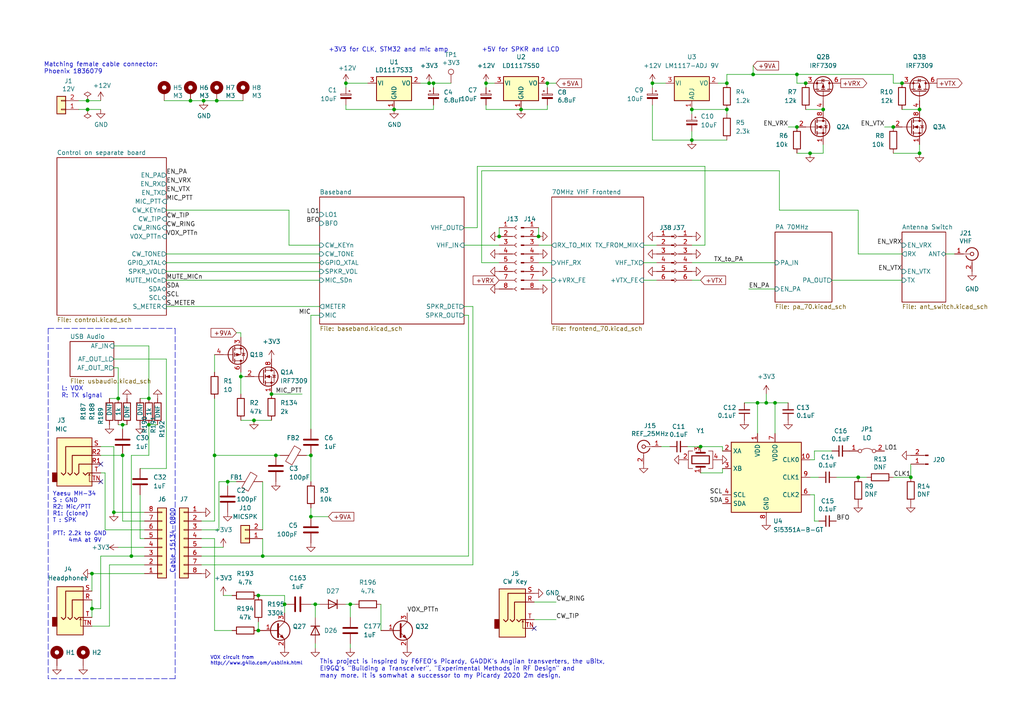
<source format=kicad_sch>
(kicad_sch (version 20211123) (generator eeschema)

  (uuid 7c83c304-769a-4be4-890e-297aba22b5b9)

  (paper "A4")

  (title_block
    (title "DART-70 TRX")
    (date "2023-03-06")
    (rev "0")
    (company "HB9EGM")
    (comment 1 "A 4m Band SSB/CW Transceiver")
  )

  

  (junction (at 222.25 116.84) (diameter 0) (color 0 0 0 0)
    (uuid 03889bb0-530a-4f17-942f-47bdd8c2143b)
  )
  (junction (at 74.93 182.88) (diameter 0) (color 0 0 0 0)
    (uuid 05f1488f-b95d-4647-953a-d2ec7eee61e9)
  )
  (junction (at 233.68 24.13) (diameter 0) (color 0 0 0 0)
    (uuid 0d713598-e0d7-4b64-806d-d27b5ae84128)
  )
  (junction (at 101.6 175.26) (diameter 0) (color 0 0 0 0)
    (uuid 0efaee8b-abcf-47a1-94ab-452bdfc4d10d)
  )
  (junction (at 248.92 138.43) (diameter 0) (color 0 0 0 0)
    (uuid 11ea7b85-b26d-4a7d-aaed-956352284452)
  )
  (junction (at 59.055 29.21) (diameter 0) (color 0 0 0 0)
    (uuid 130d74aa-cfde-4c45-8bfe-183aacd4590f)
  )
  (junction (at 266.7 44.45) (diameter 0) (color 0 0 0 0)
    (uuid 1379c036-b3e0-455b-b639-0f5dd015d03b)
  )
  (junction (at 210.82 24.13) (diameter 0) (color 0 0 0 0)
    (uuid 13b9a948-b29a-4475-8f42-f20ed3ed1c6a)
  )
  (junction (at 125.73 24.13) (diameter 0) (color 0 0 0 0)
    (uuid 1c29ab88-8089-4a9f-b0ec-e0493fb70d1a)
  )
  (junction (at 38.1 161.29) (diameter 0) (color 0 0 0 0)
    (uuid 2002fb77-6ce7-45e9-a078-9e559a07f8f6)
  )
  (junction (at 33.02 148.59) (diameter 0) (color 0 0 0 0)
    (uuid 20373015-10c5-40b5-a9be-5b6825114311)
  )
  (junction (at 231.14 36.83) (diameter 0) (color 0 0 0 0)
    (uuid 2c691037-8de1-4537-a0ef-41ed59613839)
  )
  (junction (at 200.66 31.75) (diameter 0) (color 0 0 0 0)
    (uuid 398ec90b-61af-4d36-9539-63397d126e21)
  )
  (junction (at 156.21 68.58) (diameter 0) (color 0 0 0 0)
    (uuid 3f2e667c-7f64-4e6d-b9b3-bdcde11173db)
  )
  (junction (at 62.23 132.08) (diameter 0) (color 0 0 0 0)
    (uuid 3faced87-a683-4722-a968-6c8f858b2a89)
  )
  (junction (at 210.82 31.75) (diameter 0) (color 0 0 0 0)
    (uuid 4242ccf2-3c4d-4a22-8247-2311c54121ff)
  )
  (junction (at 231.14 21.59) (diameter 0) (color 0 0 0 0)
    (uuid 4750ee37-26c3-426a-a03a-0a50ee4de791)
  )
  (junction (at 55.245 29.21) (diameter 0) (color 0 0 0 0)
    (uuid 48d3528f-d200-4dbf-87c6-2835721afb0e)
  )
  (junction (at 144.78 68.58) (diameter 0) (color 0 0 0 0)
    (uuid 49feb31b-fe70-4f82-99f6-3dbf467a2edc)
  )
  (junction (at 100.33 24.13) (diameter 0) (color 0 0 0 0)
    (uuid 547281cc-eb15-43de-9560-1b10e39a19ed)
  )
  (junction (at 91.44 175.26) (diameter 0) (color 0 0 0 0)
    (uuid 54fc4616-1350-49bf-925e-695b28bb395e)
  )
  (junction (at 238.76 31.75) (diameter 0) (color 0 0 0 0)
    (uuid 5591956a-807b-4208-83a4-6327422e118a)
  )
  (junction (at 26.67 176.53) (diameter 0) (color 0 0 0 0)
    (uuid 6b9394bd-5e58-42ea-a9a4-f58e854aea5c)
  )
  (junction (at 224.79 116.84) (diameter 0) (color 0 0 0 0)
    (uuid 7e67c67f-3a1d-491c-a9ea-d2c0b71576e9)
  )
  (junction (at 69.85 109.22) (diameter 0) (color 0 0 0 0)
    (uuid 8f8b4db5-ccfd-4760-89f5-ba5b4218d486)
  )
  (junction (at 259.08 36.83) (diameter 0) (color 0 0 0 0)
    (uuid 906f16af-3f1b-4545-bda0-18ebce89ce96)
  )
  (junction (at 140.97 24.13) (diameter 0) (color 0 0 0 0)
    (uuid 91bb5e66-90e9-4aff-b233-5b8d53e4ad1c)
  )
  (junction (at 124.46 24.13) (diameter 0) (color 0 0 0 0)
    (uuid 94eb2c38-e244-489c-ba32-44729ff54deb)
  )
  (junction (at 35.56 123.19) (diameter 0) (color 0 0 0 0)
    (uuid 9d55ccbc-4aa6-43b2-aa9c-42e27befe7f1)
  )
  (junction (at 26.67 166.37) (diameter 0) (color 0 0 0 0)
    (uuid 9fb2ca3c-8612-4c01-a40b-6e7e5895a1a0)
  )
  (junction (at 189.23 24.13) (diameter 0) (color 0 0 0 0)
    (uuid a01cdcc4-8ed1-4b36-8702-1b68481a60d9)
  )
  (junction (at 200.66 40.64) (diameter 0) (color 0 0 0 0)
    (uuid a13e5fb2-5800-4421-9e39-63277f01a71d)
  )
  (junction (at 264.16 138.43) (diameter 0) (color 0 0 0 0)
    (uuid a9fed849-c0d2-45ff-802c-7da3e4c52c0a)
  )
  (junction (at 78.74 114.3) (diameter 0) (color 0 0 0 0)
    (uuid aad4a030-3461-4b1e-9322-ba1ad3ac5597)
  )
  (junction (at 25.4 29.21) (diameter 0) (color 0 0 0 0)
    (uuid adc5f7d1-bf98-4196-9716-012c4f4b6a0a)
  )
  (junction (at 114.3 31.75) (diameter 0) (color 0 0 0 0)
    (uuid b0c265f7-c716-45d5-8397-630db4d2cf65)
  )
  (junction (at 218.44 21.59) (diameter 0) (color 0 0 0 0)
    (uuid b48c282b-d280-4718-bf3a-caf683cb767c)
  )
  (junction (at 82.55 175.26) (diameter 0) (color 0 0 0 0)
    (uuid c004f84b-d700-424b-b84c-a145b0082928)
  )
  (junction (at 35.56 132.08) (diameter 0) (color 0 0 0 0)
    (uuid c1ab7d65-d6a4-4014-80e6-4813d19456de)
  )
  (junction (at 74.93 172.72) (diameter 0) (color 0 0 0 0)
    (uuid c53356f3-b76d-4e9b-819d-f464046dcdf2)
  )
  (junction (at 34.29 115.57) (diameter 0) (color 0 0 0 0)
    (uuid cfd0ce93-955b-4a4c-b9df-adb69c4364b8)
  )
  (junction (at 234.95 44.45) (diameter 0) (color 0 0 0 0)
    (uuid d26d0a63-c69d-4774-9fba-12ed686b99f6)
  )
  (junction (at 73.66 121.92) (diameter 0) (color 0 0 0 0)
    (uuid d44ecef8-311a-4d38-9013-95c8299ff6b2)
  )
  (junction (at 62.865 29.21) (diameter 0) (color 0 0 0 0)
    (uuid d4b4dbc7-e763-47b2-a6cb-b5c021db8bcc)
  )
  (junction (at 66.04 139.7) (diameter 0) (color 0 0 0 0)
    (uuid d4c3f5bf-47cb-4030-92b0-bec21d62f389)
  )
  (junction (at 25.4 31.75) (diameter 0) (color 0 0 0 0)
    (uuid d4fc8b6d-311c-464d-9e39-e6d9dd34ed03)
  )
  (junction (at 261.62 24.13) (diameter 0) (color 0 0 0 0)
    (uuid d531b677-92b2-4589-8265-ffb9f0a9f471)
  )
  (junction (at 80.01 132.08) (diameter 0) (color 0 0 0 0)
    (uuid d7ecc3d2-2b6e-4e36-92b9-1b58fb257359)
  )
  (junction (at 90.17 132.08) (diameter 0) (color 0 0 0 0)
    (uuid d9abc64c-b691-4ece-b128-4f1d7b31754f)
  )
  (junction (at 43.18 115.57) (diameter 0) (color 0 0 0 0)
    (uuid e9342213-9707-4d1c-a69f-a3da6fb99c7a)
  )
  (junction (at 158.75 24.13) (diameter 0) (color 0 0 0 0)
    (uuid eb69835d-9be6-45e6-b58c-d2902ddb8fb1)
  )
  (junction (at 266.7 31.75) (diameter 0) (color 0 0 0 0)
    (uuid eeabe6f1-2db7-4eed-bd0c-6e41b390284d)
  )
  (junction (at 90.17 149.86) (diameter 0) (color 0 0 0 0)
    (uuid ef105c45-a454-45c2-badb-d87d915177ef)
  )
  (junction (at 76.2 161.29) (diameter 0) (color 0 0 0 0)
    (uuid f4c650b7-943a-4c93-b622-c1362c969577)
  )
  (junction (at 219.71 116.84) (diameter 0) (color 0 0 0 0)
    (uuid f747ec33-420b-45bc-9778-b4604b083211)
  )
  (junction (at 151.13 31.75) (diameter 0) (color 0 0 0 0)
    (uuid f74be2ca-c140-4c85-937a-a008e4f4ddb7)
  )
  (junction (at 203.2 129.54) (diameter 0) (color 0 0 0 0)
    (uuid f8c9e2c3-818f-482b-ad48-f9fb56a455b0)
  )
  (junction (at 43.18 123.19) (diameter 0) (color 0 0 0 0)
    (uuid fd55beb5-af4c-45f5-9d86-830ec1cfc7da)
  )

  (no_connect (at 29.21 139.7) (uuid 891b06d0-7775-40c2-8d16-5452402b91d5))
  (no_connect (at 154.94 182.245) (uuid 9e56fb84-5b0b-47eb-9ee7-e24e7c08829b))
  (no_connect (at 29.21 134.62) (uuid b2135387-8c57-44ac-8ab3-29b54b43f871))

  (wire (pts (xy 25.4 31.75) (xy 29.21 31.75))
    (stroke (width 0) (type default) (color 0 0 0 0))
    (uuid 002154dd-fd21-426e-8f51-d82382197384)
  )
  (wire (pts (xy 144.78 66.04) (xy 144.78 68.58))
    (stroke (width 0) (type default) (color 0 0 0 0))
    (uuid 002bee17-761d-4946-b10f-f0b42371b19d)
  )
  (wire (pts (xy 248.92 60.96) (xy 248.92 73.66))
    (stroke (width 0) (type default) (color 0 0 0 0))
    (uuid 0051a5cc-b7c8-41b6-8151-8600227de8e2)
  )
  (wire (pts (xy 90.17 132.08) (xy 90.17 139.7))
    (stroke (width 0) (type default) (color 0 0 0 0))
    (uuid 008a59ee-36fb-4f36-a8b0-5cc99b1e8598)
  )
  (wire (pts (xy 248.92 73.66) (xy 261.62 73.66))
    (stroke (width 0) (type default) (color 0 0 0 0))
    (uuid 0116339a-5f0d-4745-a575-44652fb7d9b0)
  )
  (wire (pts (xy 110.49 175.26) (xy 110.49 182.88))
    (stroke (width 0) (type default) (color 0 0 0 0))
    (uuid 025ac572-24f4-4397-b69b-bade669b4c40)
  )
  (wire (pts (xy 83.82 71.12) (xy 83.82 60.96))
    (stroke (width 0) (type default) (color 0 0 0 0))
    (uuid 04508b78-b957-4886-b3fa-3d951fb6452d)
  )
  (wire (pts (xy 236.22 133.35) (xy 234.95 133.35))
    (stroke (width 0) (type default) (color 0 0 0 0))
    (uuid 05f6334e-7131-4999-b788-1681af60d6df)
  )
  (wire (pts (xy 218.44 21.59) (xy 210.82 21.59))
    (stroke (width 0) (type default) (color 0 0 0 0))
    (uuid 09d1af20-c357-48ec-a10f-915c880f15b6)
  )
  (wire (pts (xy 158.75 24.13) (xy 158.75 25.4))
    (stroke (width 0) (type default) (color 0 0 0 0))
    (uuid 09fbb099-19ff-4c9e-b717-ff9eedac992b)
  )
  (wire (pts (xy 140.97 30.48) (xy 140.97 31.75))
    (stroke (width 0) (type default) (color 0 0 0 0))
    (uuid 0a3a19af-7bfa-4df3-9b73-b98420c4a518)
  )
  (wire (pts (xy 55.245 29.21) (xy 59.055 29.21))
    (stroke (width 0) (type default) (color 0 0 0 0))
    (uuid 0aad0e8d-0747-412b-85ac-039bbac4ff5e)
  )
  (wire (pts (xy 266.7 41.91) (xy 266.7 44.45))
    (stroke (width 0) (type default) (color 0 0 0 0))
    (uuid 0b3a2a48-0270-494e-962a-3658a00a0875)
  )
  (wire (pts (xy 226.06 60.96) (xy 248.92 60.96))
    (stroke (width 0) (type default) (color 0 0 0 0))
    (uuid 0bdff19d-fbde-4835-a259-d36d2ec0e6fd)
  )
  (wire (pts (xy 222.25 116.84) (xy 224.79 116.84))
    (stroke (width 0) (type default) (color 0 0 0 0))
    (uuid 0dd7a947-881a-4477-b1f8-b88536ca8809)
  )
  (wire (pts (xy 34.29 106.68) (xy 34.29 115.57))
    (stroke (width 0) (type default) (color 0 0 0 0))
    (uuid 11438643-bdb5-4bc3-97cb-5cea25341657)
  )
  (wire (pts (xy 100.33 24.13) (xy 100.33 25.4))
    (stroke (width 0) (type default) (color 0 0 0 0))
    (uuid 11b5652b-07d3-428f-98d5-c354cf3693b1)
  )
  (wire (pts (xy 140.97 31.75) (xy 151.13 31.75))
    (stroke (width 0) (type default) (color 0 0 0 0))
    (uuid 160e3a4c-588b-4e79-ac75-f98bf80b7e0b)
  )
  (wire (pts (xy 22.86 31.75) (xy 25.4 31.75))
    (stroke (width 0) (type default) (color 0 0 0 0))
    (uuid 174d3312-33d6-4bed-98f6-7ee988ce0253)
  )
  (wire (pts (xy 210.82 31.75) (xy 210.82 33.02))
    (stroke (width 0) (type default) (color 0 0 0 0))
    (uuid 17fc291b-23f9-4de7-9168-978b13dcd03c)
  )
  (wire (pts (xy 63.5 153.67) (xy 63.5 139.7))
    (stroke (width 0) (type default) (color 0 0 0 0))
    (uuid 1869a25a-7405-4101-9da6-55f7c1e87e39)
  )
  (wire (pts (xy 26.67 166.37) (xy 41.91 166.37))
    (stroke (width 0) (type default) (color 0 0 0 0))
    (uuid 1bcf4a11-4c4f-42b8-9e84-ad79d97ffe8f)
  )
  (wire (pts (xy 69.85 96.52) (xy 68.58 96.52))
    (stroke (width 0) (type default) (color 0 0 0 0))
    (uuid 1c42fb18-8951-420c-93b3-b390805a99ab)
  )
  (wire (pts (xy 76.2 156.21) (xy 76.2 161.29))
    (stroke (width 0) (type default) (color 0 0 0 0))
    (uuid 1c9f0aaa-a7f3-4c99-ac2e-10f6713b49b4)
  )
  (wire (pts (xy 74.93 172.72) (xy 82.55 172.72))
    (stroke (width 0) (type default) (color 0 0 0 0))
    (uuid 1d4132f7-1f35-449b-a4a4-451bd4dc48ab)
  )
  (wire (pts (xy 35.56 123.19) (xy 36.83 123.19))
    (stroke (width 0) (type default) (color 0 0 0 0))
    (uuid 1f7003d3-e395-4fae-a4ec-81e60f5ef90f)
  )
  (wire (pts (xy 41.91 148.59) (xy 33.02 148.59))
    (stroke (width 0) (type default) (color 0 0 0 0))
    (uuid 216cd782-5819-4b5e-931f-7587d15e2161)
  )
  (wire (pts (xy 82.55 177.8) (xy 82.55 175.26))
    (stroke (width 0) (type default) (color 0 0 0 0))
    (uuid 219438ca-bd57-4fea-aeb4-810d77461a18)
  )
  (wire (pts (xy 193.04 24.13) (xy 189.23 24.13))
    (stroke (width 0) (type default) (color 0 0 0 0))
    (uuid 2199bdfc-0462-4363-af5e-16d8e19d600a)
  )
  (polyline (pts (xy 13.97 95.25) (xy 50.8 95.25))
    (stroke (width 0) (type default) (color 0 0 0 0))
    (uuid 246d8c70-0329-4f4d-9351-49df120458af)
  )

  (wire (pts (xy 73.66 121.92) (xy 78.74 121.92))
    (stroke (width 0) (type default) (color 0 0 0 0))
    (uuid 25eb4e9a-a9bc-41d9-ba86-5c87b9db25c8)
  )
  (wire (pts (xy 100.33 24.13) (xy 106.68 24.13))
    (stroke (width 0) (type default) (color 0 0 0 0))
    (uuid 28eca374-9b5c-4480-a1a6-52ddcbb57db2)
  )
  (wire (pts (xy 40.64 115.57) (xy 43.18 115.57))
    (stroke (width 0) (type default) (color 0 0 0 0))
    (uuid 2a3464a0-2ccd-434c-8817-4d7a2f14c67a)
  )
  (wire (pts (xy 234.95 138.43) (xy 237.49 138.43))
    (stroke (width 0) (type default) (color 0 0 0 0))
    (uuid 2a86319a-5a94-4745-ad80-6b5c02f72e82)
  )
  (wire (pts (xy 43.18 100.33) (xy 33.02 100.33))
    (stroke (width 0) (type default) (color 0 0 0 0))
    (uuid 2da3100d-2e28-4a7b-925a-cb4dad81d852)
  )
  (wire (pts (xy 158.75 24.13) (xy 161.29 24.13))
    (stroke (width 0) (type default) (color 0 0 0 0))
    (uuid 2ea38bc3-7d3b-428e-a271-404ee98e752b)
  )
  (wire (pts (xy 135.89 91.44) (xy 135.89 161.29))
    (stroke (width 0) (type default) (color 0 0 0 0))
    (uuid 2f9b686c-0a8f-432b-9e90-c788e62691c6)
  )
  (wire (pts (xy 200.66 40.64) (xy 210.82 40.64))
    (stroke (width 0) (type default) (color 0 0 0 0))
    (uuid 33f01d9a-6abc-40a9-9b6b-d34bddbf731f)
  )
  (wire (pts (xy 256.54 36.83) (xy 259.08 36.83))
    (stroke (width 0) (type default) (color 0 0 0 0))
    (uuid 345987da-5aa5-4c5e-90e1-ddf0086ed5fb)
  )
  (wire (pts (xy 58.42 161.29) (xy 76.2 161.29))
    (stroke (width 0) (type default) (color 0 0 0 0))
    (uuid 361f9eaf-2e29-4825-b35a-439064c6d2db)
  )
  (wire (pts (xy 91.44 175.26) (xy 92.71 175.26))
    (stroke (width 0) (type default) (color 0 0 0 0))
    (uuid 36854e14-46fb-4279-bf79-0322ad1da42a)
  )
  (wire (pts (xy 62.23 102.87) (xy 62.23 107.95))
    (stroke (width 0) (type default) (color 0 0 0 0))
    (uuid 3729b657-384d-440e-9b38-b75590f72741)
  )
  (wire (pts (xy 139.7 76.2) (xy 144.78 76.2))
    (stroke (width 0) (type default) (color 0 0 0 0))
    (uuid 3a4811bf-b539-4978-b0d8-fe47f179161b)
  )
  (wire (pts (xy 67.31 172.72) (xy 64.77 172.72))
    (stroke (width 0) (type default) (color 0 0 0 0))
    (uuid 3cddbb36-7343-44a2-9871-f6b2e73f7d17)
  )
  (wire (pts (xy 134.62 66.04) (xy 138.43 66.04))
    (stroke (width 0) (type default) (color 0 0 0 0))
    (uuid 3ee41aac-558c-43a3-a816-e31001ae8352)
  )
  (wire (pts (xy 48.26 76.2) (xy 92.71 76.2))
    (stroke (width 0) (type default) (color 0 0 0 0))
    (uuid 3eeccf02-360d-4377-89f3-2458946d5853)
  )
  (wire (pts (xy 62.23 156.21) (xy 62.23 182.88))
    (stroke (width 0) (type default) (color 0 0 0 0))
    (uuid 401f2d1f-acc6-4e14-9963-49ecb3bd4627)
  )
  (wire (pts (xy 158.75 31.75) (xy 151.13 31.75))
    (stroke (width 0) (type default) (color 0 0 0 0))
    (uuid 443127ca-ab31-4ac0-90cc-723625487807)
  )
  (wire (pts (xy 208.28 24.13) (xy 210.82 24.13))
    (stroke (width 0) (type default) (color 0 0 0 0))
    (uuid 4435e8ff-b63e-4b32-81db-49caa0dd6c5f)
  )
  (wire (pts (xy 69.85 107.95) (xy 69.85 109.22))
    (stroke (width 0) (type default) (color 0 0 0 0))
    (uuid 469d1dea-56e9-4051-acba-b2ec5e9a2c33)
  )
  (wire (pts (xy 58.42 158.75) (xy 64.77 158.75))
    (stroke (width 0) (type default) (color 0 0 0 0))
    (uuid 48a3ede4-2797-4e66-9278-9cd056144dbb)
  )
  (wire (pts (xy 62.23 115.57) (xy 62.23 132.08))
    (stroke (width 0) (type default) (color 0 0 0 0))
    (uuid 496b1a5f-d49c-4515-8e6b-7fb584585bdd)
  )
  (polyline (pts (xy 50.8 95.25) (xy 50.8 196.85))
    (stroke (width 0) (type default) (color 0 0 0 0))
    (uuid 4b105a5f-5ed5-49ae-8bb9-f1d8c5566b50)
  )

  (wire (pts (xy 210.82 21.59) (xy 210.82 24.13))
    (stroke (width 0) (type default) (color 0 0 0 0))
    (uuid 4c57c394-f97c-4a0b-80d4-0b5157781c3b)
  )
  (wire (pts (xy 76.2 161.29) (xy 135.89 161.29))
    (stroke (width 0) (type default) (color 0 0 0 0))
    (uuid 4d2c10b1-9329-409f-bc4d-94aebd58963e)
  )
  (wire (pts (xy 261.62 31.75) (xy 266.7 31.75))
    (stroke (width 0) (type default) (color 0 0 0 0))
    (uuid 4d5acc98-17ff-4e60-af52-349a1269dddf)
  )
  (wire (pts (xy 139.7 49.53) (xy 139.7 76.2))
    (stroke (width 0) (type default) (color 0 0 0 0))
    (uuid 4ecfe5c5-d7fc-4d05-be28-1ed42c507ec3)
  )
  (wire (pts (xy 219.71 116.84) (xy 222.25 116.84))
    (stroke (width 0) (type default) (color 0 0 0 0))
    (uuid 5130484e-13a2-434f-935d-3be30d7a93c9)
  )
  (wire (pts (xy 156.21 81.28) (xy 160.02 81.28))
    (stroke (width 0) (type default) (color 0 0 0 0))
    (uuid 52d9d6dd-4266-418b-bf9a-446977053e6f)
  )
  (wire (pts (xy 29.21 161.29) (xy 29.21 176.53))
    (stroke (width 0) (type default) (color 0 0 0 0))
    (uuid 53bb37bd-6ad6-430f-b5e5-21e40448d528)
  )
  (wire (pts (xy 29.21 176.53) (xy 26.67 176.53))
    (stroke (width 0) (type default) (color 0 0 0 0))
    (uuid 568b5dd5-7629-4c3d-9388-eaa54c2762b1)
  )
  (wire (pts (xy 47.625 29.21) (xy 55.245 29.21))
    (stroke (width 0) (type default) (color 0 0 0 0))
    (uuid 579d81c4-8fa6-40d5-b99a-d160787b45b9)
  )
  (wire (pts (xy 58.42 163.83) (xy 137.16 163.83))
    (stroke (width 0) (type default) (color 0 0 0 0))
    (uuid 57be2951-306e-483f-b29a-c5289beae3a0)
  )
  (wire (pts (xy 58.42 153.67) (xy 63.5 153.67))
    (stroke (width 0) (type default) (color 0 0 0 0))
    (uuid 58e4fb93-6235-473b-af92-bf79be065bda)
  )
  (wire (pts (xy 204.47 48.26) (xy 204.47 71.12))
    (stroke (width 0) (type default) (color 0 0 0 0))
    (uuid 5a05460d-15bc-4058-86e6-a6bff5598db7)
  )
  (wire (pts (xy 218.44 19.05) (xy 218.44 21.59))
    (stroke (width 0) (type default) (color 0 0 0 0))
    (uuid 5afca071-0542-406b-83f5-f8ed30e05c4c)
  )
  (wire (pts (xy 138.43 48.26) (xy 204.47 48.26))
    (stroke (width 0) (type default) (color 0 0 0 0))
    (uuid 5c0ae8f2-fb0b-4cbf-bd78-f6131c18140d)
  )
  (wire (pts (xy 134.62 91.44) (xy 135.89 91.44))
    (stroke (width 0) (type default) (color 0 0 0 0))
    (uuid 5c0d735a-ca1c-4202-8faf-02e515d1181f)
  )
  (wire (pts (xy 259.08 21.59) (xy 231.14 21.59))
    (stroke (width 0) (type default) (color 0 0 0 0))
    (uuid 5ea05504-bb96-4847-90cf-26cb1afd4244)
  )
  (wire (pts (xy 91.44 175.26) (xy 91.44 179.07))
    (stroke (width 0) (type default) (color 0 0 0 0))
    (uuid 5ed02c6b-f3b8-4641-86b2-3c4cac92a5b4)
  )
  (wire (pts (xy 101.6 186.69) (xy 101.6 187.96))
    (stroke (width 0) (type default) (color 0 0 0 0))
    (uuid 5ed5b405-912e-49a2-adbb-ff35d95f4100)
  )
  (wire (pts (xy 76.2 139.7) (xy 76.2 153.67))
    (stroke (width 0) (type default) (color 0 0 0 0))
    (uuid 601c5479-68c8-4d7c-bbde-860bd11a7597)
  )
  (wire (pts (xy 38.1 161.29) (xy 29.21 161.29))
    (stroke (width 0) (type default) (color 0 0 0 0))
    (uuid 6062b414-90cb-4cef-839a-25d90087f1b4)
  )
  (wire (pts (xy 38.1 132.08) (xy 43.18 132.08))
    (stroke (width 0) (type default) (color 0 0 0 0))
    (uuid 60d27bb0-faad-48a9-89c1-b059b592a640)
  )
  (wire (pts (xy 35.56 151.13) (xy 41.91 151.13))
    (stroke (width 0) (type default) (color 0 0 0 0))
    (uuid 6123b0cd-d677-4963-a353-8d6b35692422)
  )
  (polyline (pts (xy 50.8 196.85) (xy 13.97 196.85))
    (stroke (width 0) (type default) (color 0 0 0 0))
    (uuid 6188cf07-9c8d-498a-9db9-9718888dfe39)
  )

  (wire (pts (xy 124.46 24.13) (xy 125.73 24.13))
    (stroke (width 0) (type default) (color 0 0 0 0))
    (uuid 63da3512-bd51-489d-833d-20bce6d76019)
  )
  (wire (pts (xy 241.3 130.81) (xy 236.22 130.81))
    (stroke (width 0) (type default) (color 0 0 0 0))
    (uuid 64e90390-0f4c-4cc1-bafa-363ce23516e9)
  )
  (wire (pts (xy 236.22 151.13) (xy 236.22 143.51))
    (stroke (width 0) (type default) (color 0 0 0 0))
    (uuid 65dd0601-a23d-4c5d-b924-966fc498cbfc)
  )
  (wire (pts (xy 238.76 44.45) (xy 234.95 44.45))
    (stroke (width 0) (type default) (color 0 0 0 0))
    (uuid 67fd7240-7a2e-4504-8c70-47b3112c634e)
  )
  (wire (pts (xy 26.67 166.37) (xy 26.67 171.45))
    (stroke (width 0) (type default) (color 0 0 0 0))
    (uuid 696f862b-a951-463f-ad29-011c067090d6)
  )
  (wire (pts (xy 48.26 104.14) (xy 33.02 104.14))
    (stroke (width 0) (type default) (color 0 0 0 0))
    (uuid 699ac08c-f9a3-4116-bed2-dc98ffb5b3a1)
  )
  (wire (pts (xy 236.22 143.51) (xy 234.95 143.51))
    (stroke (width 0) (type default) (color 0 0 0 0))
    (uuid 699bee8c-8bc3-4aa6-b4ed-0aa4d255078a)
  )
  (wire (pts (xy 38.1 161.29) (xy 38.1 132.08))
    (stroke (width 0) (type default) (color 0 0 0 0))
    (uuid 6ac2f4eb-9300-4682-9dca-8ec36d45a0ab)
  )
  (wire (pts (xy 224.79 116.84) (xy 224.79 125.73))
    (stroke (width 0) (type default) (color 0 0 0 0))
    (uuid 6b09c60c-c53b-47dd-b8b8-94f682cd2086)
  )
  (wire (pts (xy 58.42 151.13) (xy 62.23 151.13))
    (stroke (width 0) (type default) (color 0 0 0 0))
    (uuid 6cc72bfd-2651-4e90-af42-5d6cec3950c1)
  )
  (wire (pts (xy 156.21 66.04) (xy 156.21 68.58))
    (stroke (width 0) (type default) (color 0 0 0 0))
    (uuid 6d63f93a-5c70-4c67-8eef-6977db41fdd0)
  )
  (wire (pts (xy 26.67 173.99) (xy 26.67 176.53))
    (stroke (width 0) (type default) (color 0 0 0 0))
    (uuid 7019dafb-64b4-4e22-837e-9f37341a0157)
  )
  (wire (pts (xy 48.26 78.74) (xy 92.71 78.74))
    (stroke (width 0) (type default) (color 0 0 0 0))
    (uuid 73062404-be1b-4744-bd1e-9e3d624b8fb3)
  )
  (wire (pts (xy 66.04 139.7) (xy 68.58 139.7))
    (stroke (width 0) (type default) (color 0 0 0 0))
    (uuid 735e33ba-0601-4acb-983d-1656020ec14e)
  )
  (wire (pts (xy 259.08 24.13) (xy 261.62 24.13))
    (stroke (width 0) (type default) (color 0 0 0 0))
    (uuid 73697aae-1f79-401a-bdaa-9ebc2f2340de)
  )
  (wire (pts (xy 140.97 24.13) (xy 140.97 25.4))
    (stroke (width 0) (type default) (color 0 0 0 0))
    (uuid 7471700d-9a5d-406e-b9fc-bdeed49379fa)
  )
  (wire (pts (xy 25.4 29.21) (xy 29.21 29.21))
    (stroke (width 0) (type default) (color 0 0 0 0))
    (uuid 74760d5b-303c-4603-ac2e-6b5209546581)
  )
  (polyline (pts (xy 13.97 95.25) (xy 13.97 196.85))
    (stroke (width 0) (type default) (color 0 0 0 0))
    (uuid 74e37401-14d3-4e3c-84ed-7ddb4d75b44f)
  )

  (wire (pts (xy 29.21 129.54) (xy 33.02 129.54))
    (stroke (width 0) (type default) (color 0 0 0 0))
    (uuid 754f923b-5aa7-4d87-b589-d53346af6023)
  )
  (wire (pts (xy 62.23 182.88) (xy 67.31 182.88))
    (stroke (width 0) (type default) (color 0 0 0 0))
    (uuid 77cc857c-e045-46ac-921a-7b86818ca625)
  )
  (wire (pts (xy 156.21 76.2) (xy 160.02 76.2))
    (stroke (width 0) (type default) (color 0 0 0 0))
    (uuid 7887f659-7796-4d20-b8ec-45fe37db4d3b)
  )
  (wire (pts (xy 22.86 29.21) (xy 25.4 29.21))
    (stroke (width 0) (type default) (color 0 0 0 0))
    (uuid 79aced1b-30d4-4883-86bf-8a38d664736a)
  )
  (wire (pts (xy 134.62 71.12) (xy 144.78 71.12))
    (stroke (width 0) (type default) (color 0 0 0 0))
    (uuid 7b959fed-4370-4448-9d17-fbc4f5703c60)
  )
  (wire (pts (xy 31.75 115.57) (xy 34.29 115.57))
    (stroke (width 0) (type default) (color 0 0 0 0))
    (uuid 7c8f4fb6-d76c-4fd6-89a0-af30aa8d7cb9)
  )
  (wire (pts (xy 242.57 138.43) (xy 248.92 138.43))
    (stroke (width 0) (type default) (color 0 0 0 0))
    (uuid 7d4200e5-e280-4699-af56-048ba84247d3)
  )
  (wire (pts (xy 81.28 132.08) (xy 80.01 132.08))
    (stroke (width 0) (type default) (color 0 0 0 0))
    (uuid 7fcd6903-4017-464e-a708-1e51b67dd39f)
  )
  (wire (pts (xy 90.17 149.86) (xy 95.25 149.86))
    (stroke (width 0) (type default) (color 0 0 0 0))
    (uuid 816e41e9-8ef8-4e70-a70f-02175bdc97c4)
  )
  (wire (pts (xy 234.95 44.45) (xy 231.14 44.45))
    (stroke (width 0) (type default) (color 0 0 0 0))
    (uuid 86c60f4b-4421-4865-beff-ed93adca8ac2)
  )
  (wire (pts (xy 186.69 76.2) (xy 190.5 76.2))
    (stroke (width 0) (type default) (color 0 0 0 0))
    (uuid 89f5cd17-8501-4243-bc98-0e8a1aab3a95)
  )
  (wire (pts (xy 69.85 109.22) (xy 69.85 114.3))
    (stroke (width 0) (type default) (color 0 0 0 0))
    (uuid 8a096409-910f-4b78-890d-9e8768ba72ab)
  )
  (wire (pts (xy 34.29 123.19) (xy 35.56 123.19))
    (stroke (width 0) (type default) (color 0 0 0 0))
    (uuid 8d12d79e-51f7-4ca7-b044-3e4e258b0ca7)
  )
  (wire (pts (xy 237.49 151.13) (xy 236.22 151.13))
    (stroke (width 0) (type default) (color 0 0 0 0))
    (uuid 8e0abe23-8e7e-48a9-af11-f26197bd8fbf)
  )
  (wire (pts (xy 74.93 180.34) (xy 74.93 182.88))
    (stroke (width 0) (type default) (color 0 0 0 0))
    (uuid 8f1ab95b-1867-4005-8242-092f60cbfea5)
  )
  (wire (pts (xy 189.23 30.48) (xy 189.23 40.64))
    (stroke (width 0) (type default) (color 0 0 0 0))
    (uuid 8f5c2a3a-b2da-434e-8810-9da52a5e413a)
  )
  (wire (pts (xy 29.21 132.08) (xy 35.56 132.08))
    (stroke (width 0) (type default) (color 0 0 0 0))
    (uuid 8fe92221-afec-47ce-a89d-2a3cf937d9a2)
  )
  (wire (pts (xy 35.56 123.19) (xy 35.56 124.46))
    (stroke (width 0) (type default) (color 0 0 0 0))
    (uuid 900073c8-27f0-4864-bec9-14e524ac2d69)
  )
  (wire (pts (xy 134.62 88.9) (xy 137.16 88.9))
    (stroke (width 0) (type default) (color 0 0 0 0))
    (uuid 906c4fbb-4fdd-48c5-aa07-85c56299e46a)
  )
  (wire (pts (xy 90.17 147.32) (xy 90.17 149.86))
    (stroke (width 0) (type default) (color 0 0 0 0))
    (uuid 91c438b1-678d-4a85-be0e-771bfbc58931)
  )
  (wire (pts (xy 233.68 31.75) (xy 238.76 31.75))
    (stroke (width 0) (type default) (color 0 0 0 0))
    (uuid 92dfb53a-5556-47b1-8088-214aebbc803d)
  )
  (wire (pts (xy 92.71 91.44) (xy 90.17 91.44))
    (stroke (width 0) (type default) (color 0 0 0 0))
    (uuid 935427ba-97bd-4319-b38c-51b473619c8a)
  )
  (wire (pts (xy 158.75 30.48) (xy 158.75 31.75))
    (stroke (width 0) (type default) (color 0 0 0 0))
    (uuid 96e30a9c-78b6-4d1a-bc72-6cbdc7743876)
  )
  (wire (pts (xy 90.17 91.44) (xy 90.17 124.46))
    (stroke (width 0) (type default) (color 0 0 0 0))
    (uuid 9792cf44-3261-4d9f-8ae0-31fdeec0dc70)
  )
  (wire (pts (xy 48.26 104.14) (xy 48.26 135.89))
    (stroke (width 0) (type default) (color 0 0 0 0))
    (uuid 97d2bbd2-62fb-416d-98c5-fe5f0ab9820d)
  )
  (wire (pts (xy 35.56 151.13) (xy 35.56 132.08))
    (stroke (width 0) (type default) (color 0 0 0 0))
    (uuid 98ea83ac-41c6-4b7d-be63-41372bbd6e24)
  )
  (wire (pts (xy 100.33 30.48) (xy 100.33 31.75))
    (stroke (width 0) (type default) (color 0 0 0 0))
    (uuid 99f8394d-1325-4f0e-9ed0-19dceab6e1f9)
  )
  (wire (pts (xy 62.23 132.08) (xy 80.01 132.08))
    (stroke (width 0) (type default) (color 0 0 0 0))
    (uuid 9c3d736f-f850-40b5-83bf-bf71ce2d8e7c)
  )
  (wire (pts (xy 186.69 71.12) (xy 190.5 71.12))
    (stroke (width 0) (type default) (color 0 0 0 0))
    (uuid 9d00ede8-7480-44d8-b21e-d16dd17b75ac)
  )
  (wire (pts (xy 228.6 116.84) (xy 224.79 116.84))
    (stroke (width 0) (type default) (color 0 0 0 0))
    (uuid 9d3a7a2b-8bae-4d82-8634-16a99f57e389)
  )
  (wire (pts (xy 33.02 129.54) (xy 33.02 148.59))
    (stroke (width 0) (type default) (color 0 0 0 0))
    (uuid 9d5b6cd8-17f0-45de-b87b-5c8a0bd4db14)
  )
  (wire (pts (xy 228.6 36.83) (xy 231.14 36.83))
    (stroke (width 0) (type default) (color 0 0 0 0))
    (uuid a057c374-c462-4764-bd16-2c00eef92afa)
  )
  (wire (pts (xy 48.26 81.28) (xy 92.71 81.28))
    (stroke (width 0) (type default) (color 0 0 0 0))
    (uuid a1864b64-1865-4240-b098-5056fb759def)
  )
  (wire (pts (xy 154.94 174.625) (xy 161.29 174.625))
    (stroke (width 0) (type default) (color 0 0 0 0))
    (uuid a1abde39-78d5-402d-bb1c-75243c61d29b)
  )
  (wire (pts (xy 222.25 114.3) (xy 222.25 116.84))
    (stroke (width 0) (type default) (color 0 0 0 0))
    (uuid a39008b0-0dd6-44dc-b176-ab03b6874ae7)
  )
  (wire (pts (xy 274.32 73.66) (xy 276.86 73.66))
    (stroke (width 0) (type default) (color 0 0 0 0))
    (uuid a43beeeb-0d60-44c9-bc6b-40c9e75459e8)
  )
  (wire (pts (xy 34.29 106.68) (xy 33.02 106.68))
    (stroke (width 0) (type default) (color 0 0 0 0))
    (uuid a4b3b03c-531f-4aa0-9daa-5345dfa6fc41)
  )
  (wire (pts (xy 88.9 132.08) (xy 90.17 132.08))
    (stroke (width 0) (type default) (color 0 0 0 0))
    (uuid a5f4f26e-4b82-496f-b7bb-4ed4211f8100)
  )
  (wire (pts (xy 100.33 31.75) (xy 114.3 31.75))
    (stroke (width 0) (type default) (color 0 0 0 0))
    (uuid a69bb6f5-978b-49bb-9446-4ec9cfe4501e)
  )
  (wire (pts (xy 82.55 175.26) (xy 82.55 172.72))
    (stroke (width 0) (type default) (color 0 0 0 0))
    (uuid a6baa060-c82d-461a-96f5-4f21d73265a4)
  )
  (wire (pts (xy 259.08 21.59) (xy 259.08 24.13))
    (stroke (width 0) (type default) (color 0 0 0 0))
    (uuid a7349b87-3477-4ba5-bc62-3587f94ab817)
  )
  (wire (pts (xy 66.04 140.97) (xy 66.04 139.7))
    (stroke (width 0) (type default) (color 0 0 0 0))
    (uuid a8d341ec-3332-4d82-8a1f-e52e32f564f1)
  )
  (wire (pts (xy 63.5 139.7) (xy 66.04 139.7))
    (stroke (width 0) (type default) (color 0 0 0 0))
    (uuid a9276ad3-2500-44c6-895a-e842a0033021)
  )
  (wire (pts (xy 40.64 143.51) (xy 40.64 156.21))
    (stroke (width 0) (type default) (color 0 0 0 0))
    (uuid a97e4f3d-f371-47f1-8ee9-cbe61c23c759)
  )
  (wire (pts (xy 30.48 153.67) (xy 30.48 137.16))
    (stroke (width 0) (type default) (color 0 0 0 0))
    (uuid a99a526a-0727-4d5d-b793-47c299fd72ba)
  )
  (wire (pts (xy 69.85 97.79) (xy 69.85 96.52))
    (stroke (width 0) (type default) (color 0 0 0 0))
    (uuid ab033de2-6886-4e4c-b9c3-21d6481b406d)
  )
  (wire (pts (xy 138.43 66.04) (xy 138.43 48.26))
    (stroke (width 0) (type default) (color 0 0 0 0))
    (uuid ad195d4d-ed76-4a26-ac30-01da417bd64b)
  )
  (wire (pts (xy 69.85 109.22) (xy 71.12 109.22))
    (stroke (width 0) (type default) (color 0 0 0 0))
    (uuid ad4538db-3731-4206-9c84-06101425be48)
  )
  (wire (pts (xy 231.14 21.59) (xy 218.44 21.59))
    (stroke (width 0) (type default) (color 0 0 0 0))
    (uuid ad76707e-1f2e-4941-86a0-50951acd24bc)
  )
  (wire (pts (xy 91.44 186.69) (xy 91.44 187.96))
    (stroke (width 0) (type default) (color 0 0 0 0))
    (uuid add05f6f-edf6-4631-b6b3-35897f9e8c7b)
  )
  (wire (pts (xy 189.23 40.64) (xy 200.66 40.64))
    (stroke (width 0) (type default) (color 0 0 0 0))
    (uuid aed0a299-8aa6-4a50-b993-c38efe5fdd7a)
  )
  (wire (pts (xy 217.17 83.82) (xy 224.79 83.82))
    (stroke (width 0) (type default) (color 0 0 0 0))
    (uuid b056317e-32ca-4f2d-b310-fc1492cc5060)
  )
  (wire (pts (xy 43.18 100.33) (xy 43.18 115.57))
    (stroke (width 0) (type default) (color 0 0 0 0))
    (uuid b0cf214e-d0ed-484b-ba79-187612ebeeb9)
  )
  (wire (pts (xy 90.17 175.26) (xy 91.44 175.26))
    (stroke (width 0) (type default) (color 0 0 0 0))
    (uuid b1a62f88-404d-483f-bb63-16c8188b4f3a)
  )
  (wire (pts (xy 189.23 24.13) (xy 189.23 25.4))
    (stroke (width 0) (type default) (color 0 0 0 0))
    (uuid b1ea2466-2371-4b96-9289-6c42e0f0b899)
  )
  (wire (pts (xy 62.23 151.13) (xy 62.23 132.08))
    (stroke (width 0) (type default) (color 0 0 0 0))
    (uuid b32653e4-7801-40ea-b61b-f0311c01d3b4)
  )
  (wire (pts (xy 266.7 44.45) (xy 259.08 44.45))
    (stroke (width 0) (type default) (color 0 0 0 0))
    (uuid b5cbe891-dcdf-4951-8f0a-b2c28e4293cd)
  )
  (wire (pts (xy 58.42 156.21) (xy 62.23 156.21))
    (stroke (width 0) (type default) (color 0 0 0 0))
    (uuid b66c197d-a987-4d64-bb63-7ddb1a72d7fd)
  )
  (wire (pts (xy 34.29 158.75) (xy 41.91 158.75))
    (stroke (width 0) (type default) (color 0 0 0 0))
    (uuid ba048e1d-485f-4106-8eb8-8f2566ae855d)
  )
  (wire (pts (xy 101.6 175.26) (xy 102.87 175.26))
    (stroke (width 0) (type default) (color 0 0 0 0))
    (uuid ba28163c-9ab2-44c5-b089-1433660941d6)
  )
  (wire (pts (xy 231.14 24.13) (xy 233.68 24.13))
    (stroke (width 0) (type default) (color 0 0 0 0))
    (uuid bb78f99c-6783-4afe-a661-68817d4180ab)
  )
  (wire (pts (xy 236.22 130.81) (xy 236.22 133.35))
    (stroke (width 0) (type default) (color 0 0 0 0))
    (uuid bcb20d96-4c0e-4c98-a263-0cdd41ab15e5)
  )
  (wire (pts (xy 200.66 38.1) (xy 200.66 40.64))
    (stroke (width 0) (type default) (color 0 0 0 0))
    (uuid bda7a16e-b931-4d51-b769-ff5809beef5f)
  )
  (wire (pts (xy 48.26 60.96) (xy 83.82 60.96))
    (stroke (width 0) (type default) (color 0 0 0 0))
    (uuid bfce1213-d511-4811-bc9d-beb994b8b9fe)
  )
  (wire (pts (xy 31.75 163.83) (xy 31.75 181.61))
    (stroke (width 0) (type default) (color 0 0 0 0))
    (uuid c0738ee3-5ef6-48be-9a20-f10b8cdc3a6d)
  )
  (wire (pts (xy 41.91 161.29) (xy 38.1 161.29))
    (stroke (width 0) (type default) (color 0 0 0 0))
    (uuid c12b5903-2f75-49c3-8332-69e02fb1aff7)
  )
  (wire (pts (xy 41.91 156.21) (xy 40.64 156.21))
    (stroke (width 0) (type default) (color 0 0 0 0))
    (uuid c13eaffb-5c39-4e48-8c42-cc2bcee712b4)
  )
  (wire (pts (xy 219.71 116.84) (xy 219.71 125.73))
    (stroke (width 0) (type default) (color 0 0 0 0))
    (uuid c24d03f2-5bff-4d74-88e5-481cd2f1e035)
  )
  (wire (pts (xy 264.16 138.43) (xy 264.16 134.62))
    (stroke (width 0) (type default) (color 0 0 0 0))
    (uuid c48e879f-0b64-4f86-a8cf-003dbff29c4e)
  )
  (wire (pts (xy 226.06 49.53) (xy 226.06 60.96))
    (stroke (width 0) (type default) (color 0 0 0 0))
    (uuid c4edda47-532d-4e95-9fc8-38bd0ed58dfb)
  )
  (wire (pts (xy 137.16 88.9) (xy 137.16 163.83))
    (stroke (width 0) (type default) (color 0 0 0 0))
    (uuid c5747d63-7293-4c9e-a6a4-eaa0310e86ea)
  )
  (wire (pts (xy 186.69 81.28) (xy 190.5 81.28))
    (stroke (width 0) (type default) (color 0 0 0 0))
    (uuid c64a6907-65ea-4d9f-8271-b12257b06b60)
  )
  (wire (pts (xy 251.46 138.43) (xy 248.92 138.43))
    (stroke (width 0) (type default) (color 0 0 0 0))
    (uuid cbbfb5e5-7e85-4367-b6a7-9b21fc6d9e17)
  )
  (wire (pts (xy 139.7 49.53) (xy 226.06 49.53))
    (stroke (width 0) (type default) (color 0 0 0 0))
    (uuid cbd19eae-411c-4ba9-9265-3a6ab1b93364)
  )
  (wire (pts (xy 203.2 137.16) (xy 209.55 137.16))
    (stroke (width 0) (type default) (color 0 0 0 0))
    (uuid cc89f37d-2221-4ee8-a763-21432c733f93)
  )
  (wire (pts (xy 121.92 24.13) (xy 124.46 24.13))
    (stroke (width 0) (type default) (color 0 0 0 0))
    (uuid cdc3b2bb-9f60-476c-ac94-bf550b6e7b5e)
  )
  (wire (pts (xy 238.76 41.91) (xy 238.76 44.45))
    (stroke (width 0) (type default) (color 0 0 0 0))
    (uuid cdf8245b-2e03-441d-8536-8e14a3d0d2ff)
  )
  (wire (pts (xy 215.9 116.84) (xy 219.71 116.84))
    (stroke (width 0) (type default) (color 0 0 0 0))
    (uuid ceb52c7a-a12c-449a-be98-109b3a3bd409)
  )
  (wire (pts (xy 41.91 163.83) (xy 31.75 163.83))
    (stroke (width 0) (type default) (color 0 0 0 0))
    (uuid d1791382-8e9e-408d-8461-11f5ded4ad48)
  )
  (wire (pts (xy 203.2 81.28) (xy 200.66 81.28))
    (stroke (width 0) (type default) (color 0 0 0 0))
    (uuid d3a84e57-57ed-4e86-bbef-110f27537e2d)
  )
  (wire (pts (xy 101.6 175.26) (xy 100.33 175.26))
    (stroke (width 0) (type default) (color 0 0 0 0))
    (uuid d45f846b-c301-44d2-87d8-543fb71fc96f)
  )
  (wire (pts (xy 209.55 129.54) (xy 209.55 130.81))
    (stroke (width 0) (type default) (color 0 0 0 0))
    (uuid d51dda35-7a1a-4d41-817a-7bb1f7f6ffd4)
  )
  (wire (pts (xy 125.73 24.13) (xy 130.81 24.13))
    (stroke (width 0) (type default) (color 0 0 0 0))
    (uuid d525e71e-c2ed-4851-a87b-7438f67fb580)
  )
  (wire (pts (xy 59.055 29.21) (xy 62.865 29.21))
    (stroke (width 0) (type default) (color 0 0 0 0))
    (uuid d5d26400-826e-40a5-a7b1-6a9ebbaedfb4)
  )
  (wire (pts (xy 204.47 71.12) (xy 200.66 71.12))
    (stroke (width 0) (type default) (color 0 0 0 0))
    (uuid d6359d4b-1c12-4663-b116-45be3135a185)
  )
  (wire (pts (xy 241.3 81.28) (xy 261.62 81.28))
    (stroke (width 0) (type default) (color 0 0 0 0))
    (uuid dd34928a-03c5-4a5d-a033-92155af70ac7)
  )
  (wire (pts (xy 140.97 24.13) (xy 143.51 24.13))
    (stroke (width 0) (type default) (color 0 0 0 0))
    (uuid dd927172-6a9a-406f-a951-4e7f78cebb7b)
  )
  (wire (pts (xy 101.6 179.07) (xy 101.6 175.26))
    (stroke (width 0) (type default) (color 0 0 0 0))
    (uuid df100a56-7392-493d-8b6e-86fc6143d01d)
  )
  (wire (pts (xy 62.865 29.21) (xy 70.485 29.21))
    (stroke (width 0) (type default) (color 0 0 0 0))
    (uuid dfd58d9e-0c03-4a20-9983-0d32c26093d8)
  )
  (wire (pts (xy 29.21 137.16) (xy 30.48 137.16))
    (stroke (width 0) (type default) (color 0 0 0 0))
    (uuid e0b9a722-e170-4302-a4fd-5e8753db7507)
  )
  (wire (pts (xy 26.67 176.53) (xy 26.67 179.07))
    (stroke (width 0) (type default) (color 0 0 0 0))
    (uuid e13bdf92-8a8e-480a-979d-89eb54f62599)
  )
  (wire (pts (xy 30.48 153.67) (xy 41.91 153.67))
    (stroke (width 0) (type default) (color 0 0 0 0))
    (uuid e14c95a1-54f8-45dd-a1c7-754772fa0aa1)
  )
  (wire (pts (xy 200.66 76.2) (xy 224.79 76.2))
    (stroke (width 0) (type default) (color 0 0 0 0))
    (uuid e172e707-37ee-4eca-bafc-b341a9ceabaa)
  )
  (wire (pts (xy 48.26 88.9) (xy 92.71 88.9))
    (stroke (width 0) (type default) (color 0 0 0 0))
    (uuid e1e720db-7dfc-41da-9ad4-b3768ff49c06)
  )
  (wire (pts (xy 114.3 31.75) (xy 125.73 31.75))
    (stroke (width 0) (type default) (color 0 0 0 0))
    (uuid e264f0d9-6386-4838-a810-81df8032f681)
  )
  (wire (pts (xy 43.18 123.19) (xy 45.72 123.19))
    (stroke (width 0) (type default) (color 0 0 0 0))
    (uuid e7845d68-e5dc-4948-b8be-e64f3e188bb5)
  )
  (wire (pts (xy 154.94 179.705) (xy 161.29 179.705))
    (stroke (width 0) (type default) (color 0 0 0 0))
    (uuid e7ac32f0-5e71-4c65-ac6f-730f4731f5f7)
  )
  (wire (pts (xy 48.26 73.66) (xy 92.71 73.66))
    (stroke (width 0) (type default) (color 0 0 0 0))
    (uuid e7fda734-bc52-4f7b-a47b-c1ec6d307d8f)
  )
  (wire (pts (xy 48.26 135.89) (xy 40.64 135.89))
    (stroke (width 0) (type default) (color 0 0 0 0))
    (uuid e91dad84-d131-4d30-aeb9-ac5dff4b3633)
  )
  (wire (pts (xy 264.16 138.43) (xy 259.08 138.43))
    (stroke (width 0) (type default) (color 0 0 0 0))
    (uuid ea6f4611-7eac-4b21-b232-fff65a738b95)
  )
  (wire (pts (xy 199.39 129.54) (xy 203.2 129.54))
    (stroke (width 0) (type default) (color 0 0 0 0))
    (uuid ea97e745-2bac-4983-a78b-499e0f8d7b6d)
  )
  (wire (pts (xy 200.66 31.75) (xy 210.82 31.75))
    (stroke (width 0) (type default) (color 0 0 0 0))
    (uuid eb9b3733-e4ec-4731-87f1-5f6fd8f11a68)
  )
  (wire (pts (xy 156.21 71.12) (xy 160.02 71.12))
    (stroke (width 0) (type default) (color 0 0 0 0))
    (uuid ecfe8984-0282-4208-8f3d-aa8b3adb9dd8)
  )
  (wire (pts (xy 73.66 121.92) (xy 69.85 121.92))
    (stroke (width 0) (type default) (color 0 0 0 0))
    (uuid f0e02b10-4b80-421d-bff9-70643e16b8eb)
  )
  (wire (pts (xy 83.82 71.12) (xy 92.71 71.12))
    (stroke (width 0) (type default) (color 0 0 0 0))
    (uuid f22441fb-3978-4762-b6a3-6def4069e413)
  )
  (wire (pts (xy 194.31 129.54) (xy 191.77 129.54))
    (stroke (width 0) (type default) (color 0 0 0 0))
    (uuid f38fd353-54b3-403a-9387-7ff36888e6a9)
  )
  (wire (pts (xy 203.2 129.54) (xy 209.55 129.54))
    (stroke (width 0) (type default) (color 0 0 0 0))
    (uuid f7008c47-327e-4961-9c20-bbaf09b0d636)
  )
  (wire (pts (xy 209.55 137.16) (xy 209.55 135.89))
    (stroke (width 0) (type default) (color 0 0 0 0))
    (uuid f841e691-04bf-4057-bcb4-476ba3910c05)
  )
  (wire (pts (xy 78.74 114.3) (xy 87.63 114.3))
    (stroke (width 0) (type default) (color 0 0 0 0))
    (uuid fa65e259-7efa-4f51-bd0f-f4ac061edaac)
  )
  (wire (pts (xy 125.73 30.48) (xy 125.73 31.75))
    (stroke (width 0) (type default) (color 0 0 0 0))
    (uuid fc244ca3-4412-44ac-b1f3-44d00d15b5ac)
  )
  (wire (pts (xy 200.66 31.75) (xy 200.66 33.02))
    (stroke (width 0) (type default) (color 0 0 0 0))
    (uuid fc4a7459-1bb4-4226-8823-ec552cb8417e)
  )
  (wire (pts (xy 43.18 123.19) (xy 43.18 132.08))
    (stroke (width 0) (type default) (color 0 0 0 0))
    (uuid fcd3e21a-290b-48f5-9d98-bf10da5f3f08)
  )
  (wire (pts (xy 231.14 21.59) (xy 231.14 24.13))
    (stroke (width 0) (type default) (color 0 0 0 0))
    (uuid fe8a3f3f-3126-421d-b59c-37217ed6f49c)
  )
  (wire (pts (xy 125.73 24.13) (xy 125.73 25.4))
    (stroke (width 0) (type default) (color 0 0 0 0))
    (uuid ffb99ea8-48c3-486c-94d4-7034e45d57f7)
  )
  (wire (pts (xy 31.75 181.61) (xy 26.67 181.61))
    (stroke (width 0) (type default) (color 0 0 0 0))
    (uuid ffbbcbe6-15b0-480e-b792-9f7693fff52a)
  )

  (text "+5V for SPKR and LCD" (at 139.7 15.24 0)
    (effects (font (size 1.27 1.27)) (justify left bottom))
    (uuid 239d5a08-bfc0-4925-8e7a-6431dab8181d)
  )
  (text "Matching female cable connector:\nPhoenix 1836079" (at 12.7 21.59 0)
    (effects (font (size 1.27 1.27)) (justify left bottom))
    (uuid 52ca1113-2d97-43cd-807d-891384288e72)
  )
  (text "L: VOX\nR: TX signal" (at 17.78 115.57 0)
    (effects (font (size 1.27 1.27)) (justify left bottom))
    (uuid 6805bd9b-5ca9-4111-bd9b-4e33a9cd871b)
  )
  (text "VOX circuit from\nhttp://www.g4ilo.com/usblink.html"
    (at 60.96 193.04 0)
    (effects (font (size 1 1)) (justify left bottom))
    (uuid 690337fc-9d51-4dcd-a71e-55c152ad9d3e)
  )
  (text "Cable 15134-0800" (at 50.8 166.37 90)
    (effects (font (size 1.27 1.27)) (justify left bottom))
    (uuid 79e801b2-3848-4600-8f04-05e4cce85305)
  )
  (text "Yaesu MH-34\nS : GND\nR2: Mic/PTT\nR1: (clone)\nT : SPK\n\nPTT: 2.2k to GND\n     4mA at 9V"
    (at 15.24 157.48 0)
    (effects (font (size 1.1938 1.1938)) (justify left bottom))
    (uuid aa6d67fe-cd8b-468d-8447-611ba063ffe2)
  )
  (text "This project is inspired by F6FEO's Picardy, G4DDK's Anglian transverters, the uBitx,\nEI9GQ's \"Building a Transceiver\", \"Experimental Methods in RF Design\" and\nmany more. It is somwhat a successor to my Picardy 2020 2m design."
    (at 92.71 196.85 0)
    (effects (font (size 1.27 1.27)) (justify left bottom))
    (uuid cc99dfff-7e1c-41c9-90b0-50846ceea0a1)
  )
  (text "DIGI input\nT: VOX PTT\nR1: TX signal\nR2: RX signal\nS: GND"
    (at -27.94 92.71 0)
    (effects (font (size 1.1938 1.1938)) (justify left bottom))
    (uuid e5280dbc-7c9c-41bd-94e0-430ce12b2adc)
  )
  (text "+3V3 for CLK, STM32 and mic amp" (at 95.25 15.24 0)
    (effects (font (size 1.27 1.27)) (justify left bottom))
    (uuid fe3f7dc5-df73-4ed5-9e26-595b8cfa5333)
  )

  (label "TX_to_PA" (at 207.01 76.2 0)
    (effects (font (size 1.27 1.27)) (justify left bottom))
    (uuid 2ec14e45-c498-4099-b6a7-ce1facd68046)
  )
  (label "CLK1" (at 264.16 138.43 180)
    (effects (font (size 1.27 1.27)) (justify right bottom))
    (uuid 37559495-9dfc-4a54-80ee-fad84f20dc2a)
  )
  (label "SCL" (at 48.26 86.36 0)
    (effects (font (size 1.27 1.27)) (justify left bottom))
    (uuid 38bd102f-633a-4953-97ad-13bc577149af)
  )
  (label "SDA" (at 209.55 146.05 180)
    (effects (font (size 1.27 1.27)) (justify right bottom))
    (uuid 3e13cb83-601f-443a-a951-e96035da31e7)
  )
  (label "VOX_PTTn" (at 48.26 68.58 0)
    (effects (font (size 1.27 1.27)) (justify left bottom))
    (uuid 3fa4b4e1-2aba-4d5e-b59b-221659fe8990)
  )
  (label "EN_VRX" (at 48.26 53.34 0)
    (effects (font (size 1.27 1.27)) (justify left bottom))
    (uuid 618621f8-a3f4-49c8-9ea3-607c2df3756e)
  )
  (label "EN_PA" (at 217.17 83.82 0)
    (effects (font (size 1.27 1.27)) (justify left bottom))
    (uuid 695fa56a-671a-410f-94f3-9b23856076c0)
  )
  (label "EN_VRX" (at 228.6 36.83 180)
    (effects (font (size 1.27 1.27)) (justify right bottom))
    (uuid 74e98b59-36d3-4473-ba99-34512b96da7c)
  )
  (label "EN_VRX" (at 261.62 71.12 180)
    (effects (font (size 1.27 1.27)) (justify right bottom))
    (uuid 7537a782-1763-460e-ae31-9f2f473dc4e4)
  )
  (label "CW_RING" (at 161.29 174.625 0)
    (effects (font (size 1.27 1.27)) (justify left bottom))
    (uuid 7906f11d-49c0-4b99-b74d-443c82e1ec6a)
  )
  (label "EN_VTX" (at 256.54 36.83 180)
    (effects (font (size 1.27 1.27)) (justify right bottom))
    (uuid 7957ec6f-092b-4f74-8906-c6f8588033da)
  )
  (label "EN_VTX" (at 48.26 55.88 0)
    (effects (font (size 1.27 1.27)) (justify left bottom))
    (uuid 79771a5b-bbc0-45e2-b3e2-33121a4ba792)
  )
  (label "EN_PA" (at 48.26 50.8 0)
    (effects (font (size 1.27 1.27)) (justify left bottom))
    (uuid 7fb50f03-b808-46bc-b2b1-573487406fd3)
  )
  (label "EN_VTX" (at 261.62 78.74 180)
    (effects (font (size 1.27 1.27)) (justify right bottom))
    (uuid 7fda7dc4-9567-46c1-8ddc-3b7b56718e35)
  )
  (label "CW_RING" (at 48.26 66.04 0)
    (effects (font (size 1.27 1.27)) (justify left bottom))
    (uuid 85e987f3-11f0-4e85-9be0-8c79e37e02ec)
  )
  (label "SDA" (at 48.26 83.82 0)
    (effects (font (size 1.27 1.27)) (justify left bottom))
    (uuid 861fa728-ad72-4a0e-81c5-e00ac8e2afd5)
  )
  (label "VOX_PTTn" (at 118.11 177.8 0)
    (effects (font (size 1.27 1.27)) (justify left bottom))
    (uuid 9363c12b-73ca-4764-9b94-bd625f6dc121)
  )
  (label "MIC_PTT" (at 87.63 114.3 180)
    (effects (font (size 1.27 1.27)) (justify right bottom))
    (uuid 999a6700-22eb-4836-86fc-2c4c3f94e081)
  )
  (label "MIC_PTT" (at 48.26 58.42 0)
    (effects (font (size 1.27 1.27)) (justify left bottom))
    (uuid 9a533855-32f3-454c-b9eb-791fa757c655)
  )
  (label "CW_TIP" (at 48.26 63.5 0)
    (effects (font (size 1.27 1.27)) (justify left bottom))
    (uuid 9d366296-47c6-47a8-b170-ad51354d17b9)
  )
  (label "MIC" (at 90.17 91.44 180)
    (effects (font (size 1.27 1.27)) (justify right bottom))
    (uuid a60b880d-79d5-4af9-b917-73bba79e19a9)
  )
  (label "S_METER" (at 48.26 88.9 0)
    (effects (font (size 1.27 1.27)) (justify left bottom))
    (uuid ae9e6037-71e8-40b8-9d18-52132b11e130)
  )
  (label "LO1" (at 256.54 130.81 0)
    (effects (font (size 1.27 1.27)) (justify left bottom))
    (uuid b1685444-7ed2-49f0-840b-5ade5d456940)
  )
  (label "MUTE_MICn" (at 48.26 81.28 0)
    (effects (font (size 1.27 1.27)) (justify left bottom))
    (uuid cb0bacd7-3cb4-4f05-90bb-6eac18befcbf)
  )
  (label "LO1" (at 92.71 62.23 180)
    (effects (font (size 1.27 1.27)) (justify right bottom))
    (uuid cdac41f7-a7f2-4a3f-ba4b-bfc7d7f66152)
  )
  (label "BFO" (at 242.57 151.13 0)
    (effects (font (size 1.27 1.27)) (justify left bottom))
    (uuid e316d376-2303-43ce-9137-3f0af976260d)
  )
  (label "SCL" (at 209.55 143.51 180)
    (effects (font (size 1.27 1.27)) (justify right bottom))
    (uuid ee4f4482-0e91-4fc6-9eab-f13196efb328)
  )
  (label "CW_TIP" (at 161.29 179.705 0)
    (effects (font (size 1.27 1.27)) (justify left bottom))
    (uuid f1ca34a5-a3cd-4c57-9860-d136a96d83f6)
  )
  (label "BFO" (at 92.71 64.77 180)
    (effects (font (size 1.27 1.27)) (justify right bottom))
    (uuid f9d8824d-4312-4052-b7a4-29b601206a19)
  )

  (global_label "+VTX" (shape output) (at 271.78 24.13 0) (fields_autoplaced)
    (effects (font (size 1.27 1.27)) (justify left))
    (uuid 5715d411-82bf-4ac6-9f8b-b918cd54b27e)
    (property "Intersheet References" "${INTERSHEET_REFS}" (id 0) (at 279.0312 24.0506 0)
      (effects (font (size 1.27 1.27)) (justify left) hide)
    )
  )
  (global_label "+9VA" (shape input) (at 95.25 149.86 0) (fields_autoplaced)
    (effects (font (size 1.27 1.27)) (justify left))
    (uuid 6bdfb847-9880-4b1f-8fd6-0e3a4eccd64c)
    (property "Intersheet References" "${INTERSHEET_REFS}" (id 0) (at 102.6221 149.9394 0)
      (effects (font (size 1.27 1.27)) (justify left) hide)
    )
  )
  (global_label "+VRX" (shape output) (at 243.84 24.13 0) (fields_autoplaced)
    (effects (font (size 1.27 1.27)) (justify left))
    (uuid 8e3e968b-49f3-4efb-92bd-f40737515307)
    (property "Intersheet References" "${INTERSHEET_REFS}" (id 0) (at 251.3936 24.0506 0)
      (effects (font (size 1.27 1.27)) (justify left) hide)
    )
  )
  (global_label "+9VA" (shape input) (at 218.44 19.05 0) (fields_autoplaced)
    (effects (font (size 1.27 1.27)) (justify left))
    (uuid b3e01a68-c938-463c-b6ca-30fd22614c36)
    (property "Intersheet References" "${INTERSHEET_REFS}" (id 0) (at 225.8121 18.9706 0)
      (effects (font (size 1.27 1.27)) (justify left) hide)
    )
  )
  (global_label "+VRX" (shape input) (at 144.78 81.28 180) (fields_autoplaced)
    (effects (font (size 1.27 1.27)) (justify right))
    (uuid c079eb78-08f6-43ae-9a6f-0e3c2c3038d0)
    (property "Intersheet References" "${INTERSHEET_REFS}" (id 0) (at 137.2264 81.2006 0)
      (effects (font (size 1.27 1.27)) (justify right) hide)
    )
  )
  (global_label "+9VA" (shape input) (at 68.58 96.52 180) (fields_autoplaced)
    (effects (font (size 1.27 1.27)) (justify right))
    (uuid dbd0ed9a-743d-4c2b-b13f-8b06a78aceff)
    (property "Intersheet References" "${INTERSHEET_REFS}" (id 0) (at 61.2079 96.4406 0)
      (effects (font (size 1.27 1.27)) (justify right) hide)
    )
  )
  (global_label "+VTX" (shape input) (at 203.2 81.28 0) (fields_autoplaced)
    (effects (font (size 1.27 1.27)) (justify left))
    (uuid deea0e94-1421-4e7b-b63a-98b53f765626)
    (property "Intersheet References" "${INTERSHEET_REFS}" (id 0) (at 210.4512 81.2006 0)
      (effects (font (size 1.27 1.27)) (justify left) hide)
    )
  )
  (global_label "+5VA" (shape input) (at 161.29 24.13 0) (fields_autoplaced)
    (effects (font (size 1.27 1.27)) (justify left))
    (uuid f893aa0f-8cfb-41de-a86f-f149674614ad)
    (property "Intersheet References" "${INTERSHEET_REFS}" (id 0) (at 168.6621 24.2094 0)
      (effects (font (size 1.27 1.27)) (justify left) hide)
    )
  )

  (symbol (lib_id "power:GND") (at 222.25 151.13 0) (unit 1)
    (in_bom yes) (on_board yes) (fields_autoplaced)
    (uuid 0061bfb4-595e-4a80-898a-aee5ad06fb23)
    (property "Reference" "#PWR056" (id 0) (at 222.25 157.48 0)
      (effects (font (size 1.27 1.27)) hide)
    )
    (property "Value" "GND" (id 1) (at 222.2499 154.94 90)
      (effects (font (size 1.27 1.27)) (justify right) hide)
    )
    (property "Footprint" "" (id 2) (at 222.25 151.13 0)
      (effects (font (size 1.27 1.27)) hide)
    )
    (property "Datasheet" "" (id 3) (at 222.25 151.13 0)
      (effects (font (size 1.27 1.27)) hide)
    )
    (pin "1" (uuid e68652d2-f355-48cb-9617-e4581e89486c))
  )

  (symbol (lib_id "power:GND") (at 101.6 187.96 0) (unit 1)
    (in_bom yes) (on_board yes) (fields_autoplaced)
    (uuid 07c838eb-a24b-4013-bb3f-2502b2f07fa5)
    (property "Reference" "#PWR0263" (id 0) (at 101.6 194.31 0)
      (effects (font (size 1.27 1.27)) hide)
    )
    (property "Value" "GND" (id 1) (at 101.727 191.2112 90)
      (effects (font (size 1.27 1.27)) (justify right) hide)
    )
    (property "Footprint" "" (id 2) (at 101.6 187.96 0)
      (effects (font (size 1.27 1.27)) hide)
    )
    (property "Datasheet" "" (id 3) (at 101.6 187.96 0)
      (effects (font (size 1.27 1.27)) hide)
    )
    (pin "1" (uuid eb167b89-0b9b-45e3-8639-c2e3ec46109e))
  )

  (symbol (lib_name "CUI-SJ-43515TS-SMT_1") (lib_id "mpb:CUI-SJ-43515TS-SMT") (at 21.59 132.08 0) (unit 1)
    (in_bom yes) (on_board yes)
    (uuid 0c3d418e-6b9b-41d2-bfe3-e0fafdcc08df)
    (property "Reference" "J3" (id 0) (at 17.78 121.92 0))
    (property "Value" "MIC" (id 1) (at 17.78 124.46 0))
    (property "Footprint" "mpb:Jack_3.5mm_CUI_SJ-43515TS-SMT" (id 2) (at 16.51 146.05 0)
      (effects (font (size 1.27 1.27)) hide)
    )
    (property "Datasheet" "https://www.mouser.ch/datasheet/2/670/sj_4351x_smt-1779337.pdf" (id 3) (at 19.05 133.35 0)
      (effects (font (size 1.27 1.27)) hide)
    )
    (property "MPN" "SJ-43515TS-SMT-TR" (id 4) (at 21.59 132.08 0)
      (effects (font (size 1.27 1.27)) hide)
    )
    (property "Need_order" "0" (id 5) (at 21.59 132.08 0)
      (effects (font (size 1.27 1.27)) hide)
    )
    (pin "NC" (uuid 4a9ae459-917a-4e56-8550-a6e085fcb402))
    (pin "R1" (uuid b6b1f4a9-609f-40fb-86cb-75e53e708f1a))
    (pin "R2" (uuid ad04f755-0677-4e2e-877a-d2e2f3c1d776))
    (pin "S" (uuid d94a0a1d-24de-4760-a884-ab454c08e996))
    (pin "T" (uuid 706df1e6-f9b5-442a-9372-f462c30194f1))
    (pin "TN" (uuid 01525385-14b1-4fd0-a2ee-c26d8ec1982c))
  )

  (symbol (lib_id "power:GND") (at 90.17 157.48 0) (unit 1)
    (in_bom yes) (on_board yes) (fields_autoplaced)
    (uuid 0eddf3a3-680e-4189-b645-0f685f620bff)
    (property "Reference" "#PWR021" (id 0) (at 90.17 163.83 0)
      (effects (font (size 1.27 1.27)) hide)
    )
    (property "Value" "GND" (id 1) (at 90.297 160.7312 90)
      (effects (font (size 1.27 1.27)) (justify right) hide)
    )
    (property "Footprint" "" (id 2) (at 90.17 157.48 0)
      (effects (font (size 1.27 1.27)) hide)
    )
    (property "Datasheet" "" (id 3) (at 90.17 157.48 0)
      (effects (font (size 1.27 1.27)) hide)
    )
    (pin "1" (uuid 18cdbf1f-c81a-4e46-811e-86c4e8d65c42))
  )

  (symbol (lib_id "Regulator_Linear:LD1117S50TR_SOT223") (at 151.13 24.13 0) (unit 1)
    (in_bom yes) (on_board yes) (fields_autoplaced)
    (uuid 0f599ab7-5a53-4f5a-bde7-fcef2e2841ee)
    (property "Reference" "U2" (id 0) (at 151.13 16.51 0))
    (property "Value" "LD1117S50" (id 1) (at 151.13 19.05 0))
    (property "Footprint" "Package_TO_SOT_SMD:SOT-223-3_TabPin2" (id 2) (at 151.13 19.05 0)
      (effects (font (size 1.27 1.27)) hide)
    )
    (property "Datasheet" "/home/bram/Sync/Doc/Datasheet/ld1117.pdf" (id 3) (at 153.67 30.48 0)
      (effects (font (size 1.27 1.27)) hide)
    )
    (property "MPN" "LD1117S50CTR" (id 4) (at 151.13 24.13 0)
      (effects (font (size 1.27 1.27)) hide)
    )
    (property "Need_order" "0" (id 5) (at 151.13 24.13 0)
      (effects (font (size 1.27 1.27)) hide)
    )
    (pin "1" (uuid 0799cfe9-f73f-428f-86e0-5df9fe4be1b8))
    (pin "2" (uuid 9a642b0f-f010-4ca9-8892-5ba6582f9da8))
    (pin "3" (uuid df79b4b0-7939-4714-b2e0-4a118371874f))
  )

  (symbol (lib_id "Transistor_FET:IRF7309IPBF") (at 266.7 26.67 270) (mirror x) (unit 2)
    (in_bom yes) (on_board yes) (fields_autoplaced)
    (uuid 0f9e322e-4eb7-4922-ac71-ef5dee3be07c)
    (property "Reference" "Q3" (id 0) (at 266.7 16.51 90))
    (property "Value" "IRF7309" (id 1) (at 266.7 19.05 90))
    (property "Footprint" "Package_SO:SOIC-8_3.9x4.9mm_P1.27mm" (id 2) (at 264.795 21.59 0)
      (effects (font (size 1.27 1.27)) (justify left) hide)
    )
    (property "Datasheet" "/home/bram/Sync/Doc/Datasheet/IRF7309.pdf" (id 3) (at 266.7 24.13 0)
      (effects (font (size 1.27 1.27)) (justify left) hide)
    )
    (property "MPN" "IRF7309TRPBF" (id 5) (at 266.7 26.67 90)
      (effects (font (size 1.27 1.27)) hide)
    )
    (property "Need_order" "0" (id 4) (at 266.7 26.67 90)
      (effects (font (size 1.27 1.27)) hide)
    )
    (pin "1" (uuid d98f2c33-a62f-4cf8-87a2-61168649f191))
    (pin "2" (uuid bdee35fb-588c-4510-94fc-9a9ca1702855))
    (pin "7" (uuid 4c5df834-caa7-40ab-8e75-6d6bbfd257bb))
    (pin "8" (uuid c1dec542-6b7e-4205-9ad8-759154cc29f3))
    (pin "3" (uuid cbbb70e3-b619-4409-8d4a-ad62e1e50a5b))
    (pin "4" (uuid b45eee31-c14b-46a9-a687-28af259b3327))
    (pin "5" (uuid 503b2915-4f08-4a72-b20e-de5bfb6ef5f6))
    (pin "6" (uuid d7fe3f76-600d-47da-9a99-5b56de4d82d0))
  )

  (symbol (lib_id "power:GND") (at 266.7 44.45 0) (unit 1)
    (in_bom yes) (on_board yes) (fields_autoplaced)
    (uuid 11d72818-4927-476a-b663-3f411b19ea20)
    (property "Reference" "#PWR063" (id 0) (at 266.7 50.8 0)
      (effects (font (size 1.27 1.27)) hide)
    )
    (property "Value" "GND" (id 1) (at 266.827 47.6758 90)
      (effects (font (size 1.27 1.27)) (justify right) hide)
    )
    (property "Footprint" "" (id 2) (at 266.7 44.45 0)
      (effects (font (size 1.27 1.27)) hide)
    )
    (property "Datasheet" "" (id 3) (at 266.7 44.45 0)
      (effects (font (size 1.27 1.27)) hide)
    )
    (pin "1" (uuid a28057b0-f2c4-4c07-8fb9-f4a0591d782f))
  )

  (symbol (lib_id "power:GND") (at 40.64 123.19 0) (unit 1)
    (in_bom yes) (on_board yes)
    (uuid 125abe82-75ee-430d-8478-56d138623c39)
    (property "Reference" "#PWR0266" (id 0) (at 40.64 129.54 0)
      (effects (font (size 1.27 1.27)) hide)
    )
    (property "Value" "GND" (id 1) (at 40.767 126.4412 90)
      (effects (font (size 1.27 1.27)) (justify right) hide)
    )
    (property "Footprint" "" (id 2) (at 40.64 123.19 0)
      (effects (font (size 1.27 1.27)) hide)
    )
    (property "Datasheet" "" (id 3) (at 40.64 123.19 0)
      (effects (font (size 1.27 1.27)) hide)
    )
    (pin "1" (uuid 39203b49-1e2e-4715-9160-8ca66f84fa5d))
  )

  (symbol (lib_id "power:GND") (at 151.13 31.75 0) (unit 1)
    (in_bom yes) (on_board yes) (fields_autoplaced)
    (uuid 13233ccb-dbda-49d8-8e78-7fd77705f9f4)
    (property "Reference" "#PWR025" (id 0) (at 151.13 38.1 0)
      (effects (font (size 1.27 1.27)) hide)
    )
    (property "Value" "GND" (id 1) (at 151.1299 35.56 90)
      (effects (font (size 1.27 1.27)) (justify right) hide)
    )
    (property "Footprint" "" (id 2) (at 151.13 31.75 0)
      (effects (font (size 1.27 1.27)) hide)
    )
    (property "Datasheet" "" (id 3) (at 151.13 31.75 0)
      (effects (font (size 1.27 1.27)) hide)
    )
    (pin "1" (uuid f116456c-df3c-4d92-866d-11a3627fad98))
  )

  (symbol (lib_id "power:GND") (at 36.83 115.57 180) (unit 1)
    (in_bom yes) (on_board yes)
    (uuid 1699a1f1-942a-45b2-a3e9-830364131d9f)
    (property "Reference" "#PWR0269" (id 0) (at 36.83 109.22 0)
      (effects (font (size 1.27 1.27)) hide)
    )
    (property "Value" "GND" (id 1) (at 36.703 112.3188 90)
      (effects (font (size 1.27 1.27)) (justify right) hide)
    )
    (property "Footprint" "" (id 2) (at 36.83 115.57 0)
      (effects (font (size 1.27 1.27)) hide)
    )
    (property "Datasheet" "" (id 3) (at 36.83 115.57 0)
      (effects (font (size 1.27 1.27)) hide)
    )
    (pin "1" (uuid 7126c741-93cb-4103-9346-242e9ee57e18))
  )

  (symbol (lib_id "power:PWR_FLAG") (at 25.4 29.21 0) (unit 1)
    (in_bom yes) (on_board yes)
    (uuid 17f19d51-1d48-4b41-9e1f-1ae8f8799dc5)
    (property "Reference" "#FLG01" (id 0) (at 25.4 27.305 0)
      (effects (font (size 1.27 1.27)) hide)
    )
    (property "Value" "PWR_FLAG" (id 1) (at 25.4 25.9842 90)
      (effects (font (size 1.27 1.27)) (justify left) hide)
    )
    (property "Footprint" "" (id 2) (at 25.4 29.21 0)
      (effects (font (size 1.27 1.27)) hide)
    )
    (property "Datasheet" "~" (id 3) (at 25.4 29.21 0)
      (effects (font (size 1.27 1.27)) hide)
    )
    (pin "1" (uuid b075df74-cc2c-4cf8-b10c-4a6f9df277a3))
  )

  (symbol (lib_id "Connector:Conn_01x06_Female") (at 195.58 73.66 0) (mirror y) (unit 1)
    (in_bom yes) (on_board yes)
    (uuid 1893251f-c974-415e-ba36-aaef9d141411)
    (property "Reference" "J37" (id 0) (at 196.85 66.04 0))
    (property "Value" "Base to FE TX" (id 1) (at 194.31 76.1999 0)
      (effects (font (size 1.27 1.27)) (justify left) hide)
    )
    (property "Footprint" "Connector_PinHeader_2.54mm:PinHeader_1x06_P2.54mm_Vertical" (id 2) (at 195.58 73.66 0)
      (effects (font (size 1.27 1.27)) hide)
    )
    (property "Datasheet" "~" (id 3) (at 195.58 73.66 0)
      (effects (font (size 1.27 1.27)) hide)
    )
    (property "MPN" "SSW-106-01-G-S" (id 4) (at 195.58 73.66 0)
      (effects (font (size 1.27 1.27)) hide)
    )
    (property "Need_order" "0" (id 5) (at 195.58 73.66 0)
      (effects (font (size 1.27 1.27)) hide)
    )
    (pin "1" (uuid 9c251404-05e1-4cf1-a81f-815c8fe7f464))
    (pin "2" (uuid 1b6b3d2b-8e61-402c-af16-116bda90df59))
    (pin "3" (uuid 29aeb1dc-c544-4387-bf2d-1b62b67f7a70))
    (pin "4" (uuid f852db38-9ba0-4d90-b17f-fa0281954d71))
    (pin "5" (uuid 7ef0e537-7b01-4e19-87e1-a16dfbc42e35))
    (pin "6" (uuid d1160803-a32c-496f-a342-d0bc7df057dd))
  )

  (symbol (lib_id "power:GND") (at 198.12 133.35 270) (unit 1)
    (in_bom yes) (on_board yes) (fields_autoplaced)
    (uuid 19e32315-e6a0-4957-a10d-0babc242f670)
    (property "Reference" "#PWR044" (id 0) (at 191.77 133.35 0)
      (effects (font (size 1.27 1.27)) hide)
    )
    (property "Value" "GND" (id 1) (at 194.31 133.3499 90)
      (effects (font (size 1.27 1.27)) (justify right) hide)
    )
    (property "Footprint" "" (id 2) (at 198.12 133.35 0)
      (effects (font (size 1.27 1.27)) hide)
    )
    (property "Datasheet" "" (id 3) (at 198.12 133.35 0)
      (effects (font (size 1.27 1.27)) hide)
    )
    (pin "1" (uuid a068742f-7f54-4cb0-baeb-1f106dbc7114))
  )

  (symbol (lib_id "Connector_Generic:Conn_01x08") (at 53.34 156.21 0) (mirror y) (unit 1)
    (in_bom yes) (on_board yes) (fields_autoplaced)
    (uuid 1a279761-775d-41bf-87c4-f29c57f2fe7b)
    (property "Reference" "J7" (id 0) (at 53.34 144.78 0))
    (property "Value" "CTRL2" (id 1) (at 57.15 170.18 0)
      (effects (font (size 1.27 1.27)) (justify left) hide)
    )
    (property "Footprint" "Connector_Molex:Molex_PicoBlade_53261-0871_1x08-1MP_P1.25mm_Horizontal" (id 2) (at 53.34 156.21 0)
      (effects (font (size 1.27 1.27)) hide)
    )
    (property "Datasheet" "~" (id 3) (at 53.34 156.21 0)
      (effects (font (size 1.27 1.27)) hide)
    )
    (property "MPN" "53261-0871" (id 4) (at 53.34 156.21 0)
      (effects (font (size 1.27 1.27)) hide)
    )
    (property "Manufacturer" "Molex" (id 5) (at 53.34 156.21 0)
      (effects (font (size 1.27 1.27)) hide)
    )
    (property "Need_order" "0" (id 6) (at 53.34 156.21 0)
      (effects (font (size 1.27 1.27)) hide)
    )
    (pin "1" (uuid fd613b86-2199-41ef-a22b-0a86dbc52b13))
    (pin "2" (uuid 90100f52-795a-46f5-91fc-3de2303f496e))
    (pin "3" (uuid 587e0489-6bc9-4a41-b310-345aa0599251))
    (pin "4" (uuid 2904bfda-3bac-4721-a68a-fd237887e270))
    (pin "5" (uuid b11bc816-d181-427a-a012-42423dd467b4))
    (pin "6" (uuid 27c3dc18-31f7-4c66-8bb9-8c0bdb9148d6))
    (pin "7" (uuid a012d1a0-ca55-42d4-8e61-cc91096ed6bf))
    (pin "8" (uuid 545f2b54-265a-44b4-8b57-91dcad202a56))
  )

  (symbol (lib_id "power:GND") (at 24.13 193.04 0) (unit 1)
    (in_bom yes) (on_board yes) (fields_autoplaced)
    (uuid 1ad3a6e3-867a-47b5-a48d-bbede01127c3)
    (property "Reference" "#PWR03" (id 0) (at 24.13 199.39 0)
      (effects (font (size 1.27 1.27)) hide)
    )
    (property "Value" "GND" (id 1) (at 24.1299 196.85 90)
      (effects (font (size 1.27 1.27)) (justify right) hide)
    )
    (property "Footprint" "" (id 2) (at 24.13 193.04 0)
      (effects (font (size 1.27 1.27)) hide)
    )
    (property "Datasheet" "" (id 3) (at 24.13 193.04 0)
      (effects (font (size 1.27 1.27)) hide)
    )
    (pin "1" (uuid 0be888f7-c0e4-4d95-93de-d1029e472cb2))
  )

  (symbol (lib_id "power:GND") (at 156.21 73.66 90) (unit 1)
    (in_bom yes) (on_board yes) (fields_autoplaced)
    (uuid 1c545602-0a83-4400-a8ea-55365bf9c9ac)
    (property "Reference" "#PWR035" (id 0) (at 162.56 73.66 0)
      (effects (font (size 1.27 1.27)) hide)
    )
    (property "Value" "GND" (id 1) (at 160.02 73.6601 90)
      (effects (font (size 1.27 1.27)) (justify right) hide)
    )
    (property "Footprint" "" (id 2) (at 156.21 73.66 0)
      (effects (font (size 1.27 1.27)) hide)
    )
    (property "Datasheet" "" (id 3) (at 156.21 73.66 0)
      (effects (font (size 1.27 1.27)) hide)
    )
    (pin "1" (uuid 9c06a7e2-74ab-49b1-b502-a48237ae7774))
  )

  (symbol (lib_id "Device:C_Small") (at 243.84 130.81 90) (unit 1)
    (in_bom yes) (on_board yes)
    (uuid 1f22f568-466b-4986-a14d-fd6fd88e1a92)
    (property "Reference" "C16" (id 0) (at 243.84 124.9934 90))
    (property "Value" "0.1uF" (id 1) (at 243.84 127.3048 90))
    (property "Footprint" "Capacitor_SMD:C_0603_1608Metric_Pad1.08x0.95mm_HandSolder" (id 2) (at 243.84 130.81 0)
      (effects (font (size 1.27 1.27)) hide)
    )
    (property "Datasheet" "~" (id 3) (at 243.84 130.81 0)
      (effects (font (size 1.27 1.27)) hide)
    )
    (property "MPN" "GRM188R71H104KA93D" (id 4) (at 243.84 130.81 0)
      (effects (font (size 1.27 1.27)) hide)
    )
    (property "Need_order" "0" (id 5) (at 243.84 130.81 0)
      (effects (font (size 1.27 1.27)) hide)
    )
    (pin "1" (uuid 8fabf0b6-bf9e-4449-bba3-d9b551e56598))
    (pin "2" (uuid 3784a66d-521d-4a8e-af7c-0c11a9705603))
  )

  (symbol (lib_id "Oscillator:Si5351A-B-GT") (at 222.25 138.43 0) (unit 1)
    (in_bom yes) (on_board yes) (fields_autoplaced)
    (uuid 21b72678-ff29-4b0c-910b-e8cac72cc05c)
    (property "Reference" "U4" (id 0) (at 224.2694 151.13 0)
      (effects (font (size 1.27 1.27)) (justify left))
    )
    (property "Value" "Si5351A-B-GT" (id 1) (at 224.2694 153.67 0)
      (effects (font (size 1.27 1.27)) (justify left))
    )
    (property "Footprint" "Package_SO:MSOP-10_3x3mm_P0.5mm" (id 2) (at 222.25 158.75 0)
      (effects (font (size 1.27 1.27)) hide)
    )
    (property "Datasheet" "/home/bram/Sync/Doc/Datasheet/Si5351-B-1316636.pdf" (id 3) (at 213.36 140.97 0)
      (effects (font (size 1.27 1.27)) hide)
    )
    (property "MPN" "Si5351A-B-GT" (id 4) (at 222.25 138.43 0)
      (effects (font (size 1.27 1.27)) hide)
    )
    (property "Need_order" "0" (id 5) (at 222.25 138.43 0)
      (effects (font (size 1.27 1.27)) hide)
    )
    (pin "1" (uuid 37ddf7ae-2fb0-4bba-9e77-0f14b9f3abc8))
    (pin "10" (uuid 0e4345a9-f908-4029-a0c6-352a6d6f74e2))
    (pin "2" (uuid 81683aef-4d22-4b74-87d6-4e0aae7316df))
    (pin "3" (uuid 3716f086-72e4-4820-9f4d-a2aa6817b89d))
    (pin "4" (uuid 3686fff4-6db1-4790-aa68-cd0dfe74238a))
    (pin "5" (uuid f4a3824a-1048-4060-936e-4ec3370c7965))
    (pin "6" (uuid 791b11cd-ebde-4cca-920c-34abbba025e3))
    (pin "7" (uuid 2709b76d-48d1-4a55-89e5-8584738a440f))
    (pin "8" (uuid eb634f5b-d996-405b-b6d0-39f6de663c26))
    (pin "9" (uuid 084ff32c-1d20-4730-a669-d359f0144400))
  )

  (symbol (lib_id "Transistor_FET:IRF7309IPBF") (at 264.16 36.83 0) (unit 1)
    (in_bom yes) (on_board yes) (fields_autoplaced)
    (uuid 21dc5152-a76d-46f4-892b-84fce05d5904)
    (property "Reference" "Q3" (id 0) (at 270.51 36.8299 0)
      (effects (font (size 1.27 1.27)) (justify left))
    )
    (property "Value" "IRF7309" (id 1) (at 270.51 38.0999 0)
      (effects (font (size 1.27 1.27)) (justify left) hide)
    )
    (property "Footprint" "Package_SO:SOIC-8_3.9x4.9mm_P1.27mm" (id 2) (at 269.24 38.735 0)
      (effects (font (size 1.27 1.27)) (justify left) hide)
    )
    (property "Datasheet" "/home/bram/Sync/Doc/Datasheet/IRF7309.pdf" (id 3) (at 266.7 36.83 0)
      (effects (font (size 1.27 1.27)) (justify left) hide)
    )
    (property "MPN" "IRF7309TRPBF" (id 4) (at 264.16 36.83 0)
      (effects (font (size 1.27 1.27)) hide)
    )
    (property "Need_order" "0" (id 5) (at 264.16 36.83 0)
      (effects (font (size 1.27 1.27)) hide)
    )
    (pin "1" (uuid d633523a-4c7c-4c48-a733-9cb8378181ce))
    (pin "2" (uuid dd8c3a6d-12a8-4655-8963-76b018438ea0))
    (pin "7" (uuid 280cbf02-cfb5-408d-a3af-9c504a62fdbe))
    (pin "8" (uuid 6dfb5df6-d222-43c5-9622-2ca6c50fbbd4))
    (pin "3" (uuid ba8cc049-c105-4de1-878b-b1dbe6de7d57))
    (pin "4" (uuid 4e37fb9e-80ab-4142-a214-915c8a797024))
    (pin "5" (uuid d21acb24-22d5-4f00-99de-a550b2e303b5))
    (pin "6" (uuid 97974bf9-8a18-4bae-af65-2a4432a530f7))
  )

  (symbol (lib_id "Device:R") (at 248.92 142.24 0) (unit 1)
    (in_bom yes) (on_board yes)
    (uuid 2359bb52-c517-40a0-91cc-c52df5063959)
    (property "Reference" "R9" (id 0) (at 250.698 141.0716 0)
      (effects (font (size 1.27 1.27)) (justify left))
    )
    (property "Value" "DNF" (id 1) (at 250.698 143.383 0)
      (effects (font (size 1.27 1.27)) (justify left))
    )
    (property "Footprint" "Resistor_SMD:R_0603_1608Metric_Pad0.98x0.95mm_HandSolder" (id 2) (at 247.142 142.24 90)
      (effects (font (size 1.27 1.27)) hide)
    )
    (property "Datasheet" "~" (id 3) (at 248.92 142.24 0)
      (effects (font (size 1.27 1.27)) hide)
    )
    (property "Need_order" "0" (id 4) (at 248.92 142.24 0)
      (effects (font (size 1.27 1.27)) hide)
    )
    (pin "1" (uuid ba9ee4ad-a586-469b-9b71-16552315d426))
    (pin "2" (uuid dc6404f1-f3e6-4f85-999e-64b57f65807f))
  )

  (symbol (lib_id "Mechanical:MountingHole_Pad") (at 24.13 190.5 0) (unit 1)
    (in_bom yes) (on_board yes)
    (uuid 2386625b-54f8-487e-bfbf-1b2d95025675)
    (property "Reference" "H2" (id 0) (at 26.67 189.2554 0)
      (effects (font (size 1.27 1.27)) (justify left))
    )
    (property "Value" "M3" (id 1) (at 26.67 191.5668 0)
      (effects (font (size 1.27 1.27)) (justify left) hide)
    )
    (property "Footprint" "MountingHole:MountingHole_3.2mm_M3_DIN965_Pad" (id 2) (at 24.13 190.5 0)
      (effects (font (size 1.27 1.27)) hide)
    )
    (property "Datasheet" "~" (id 3) (at 24.13 190.5 0)
      (effects (font (size 1.27 1.27)) hide)
    )
    (property "Need_order" "0" (id 4) (at 24.13 190.5 0)
      (effects (font (size 1.27 1.27)) hide)
    )
    (pin "1" (uuid 9110dead-8254-432f-86d0-f8d8a47f8c7d))
  )

  (symbol (lib_id "power:GND") (at 200.66 78.74 90) (unit 1)
    (in_bom yes) (on_board yes) (fields_autoplaced)
    (uuid 23aa8159-9333-44cf-9b92-8391bbc9e6c1)
    (property "Reference" "#PWR0240" (id 0) (at 207.01 78.74 0)
      (effects (font (size 1.27 1.27)) hide)
    )
    (property "Value" "GND" (id 1) (at 204.47 78.7401 90)
      (effects (font (size 1.27 1.27)) (justify right) hide)
    )
    (property "Footprint" "" (id 2) (at 200.66 78.74 0)
      (effects (font (size 1.27 1.27)) hide)
    )
    (property "Datasheet" "" (id 3) (at 200.66 78.74 0)
      (effects (font (size 1.27 1.27)) hide)
    )
    (pin "1" (uuid f04a084f-b616-4f80-924b-8efd3b06efcb))
  )

  (symbol (lib_id "power:GND") (at 156.21 83.82 90) (unit 1)
    (in_bom yes) (on_board yes) (fields_autoplaced)
    (uuid 2409cf9f-4d93-48f0-a68d-c2011ada3731)
    (property "Reference" "#PWR0171" (id 0) (at 162.56 83.82 0)
      (effects (font (size 1.27 1.27)) hide)
    )
    (property "Value" "GND" (id 1) (at 160.02 83.8201 90)
      (effects (font (size 1.27 1.27)) (justify right) hide)
    )
    (property "Footprint" "" (id 2) (at 156.21 83.82 0)
      (effects (font (size 1.27 1.27)) hide)
    )
    (property "Datasheet" "" (id 3) (at 156.21 83.82 0)
      (effects (font (size 1.27 1.27)) hide)
    )
    (pin "1" (uuid b1a37c8f-7c89-441c-8cdd-01fc6b78fe15))
  )

  (symbol (lib_id "Device:C") (at 101.6 182.88 180) (unit 1)
    (in_bom yes) (on_board yes) (fields_autoplaced)
    (uuid 2b7bec20-2bec-4924-aa71-ddf09684649a)
    (property "Reference" "C177" (id 0) (at 105.41 181.6099 0)
      (effects (font (size 1.27 1.27)) (justify right))
    )
    (property "Value" "1uF" (id 1) (at 105.41 184.1499 0)
      (effects (font (size 1.27 1.27)) (justify right))
    )
    (property "Footprint" "Capacitor_SMD:C_0805_2012Metric_Pad1.18x1.45mm_HandSolder" (id 2) (at 100.6348 179.07 0)
      (effects (font (size 1.27 1.27)) hide)
    )
    (property "Datasheet" "~" (id 3) (at 101.6 182.88 0)
      (effects (font (size 1.27 1.27)) hide)
    )
    (property "MPN" "08055C105JAT2A" (id 4) (at 101.6 182.88 0)
      (effects (font (size 1.27 1.27)) hide)
    )
    (property "Need_order" "0" (id 5) (at 101.6 182.88 0)
      (effects (font (size 1.27 1.27)) hide)
    )
    (pin "1" (uuid f5286eb2-f2bc-43d7-8a35-6de3106352f5))
    (pin "2" (uuid 10f6b5f5-7c7c-4485-801c-5e29bf4ab022))
  )

  (symbol (lib_id "power:GND") (at 248.92 146.05 0) (unit 1)
    (in_bom yes) (on_board yes) (fields_autoplaced)
    (uuid 2d227704-dd6b-4539-9128-ea622c06a82c)
    (property "Reference" "#PWR061" (id 0) (at 248.92 152.4 0)
      (effects (font (size 1.27 1.27)) hide)
    )
    (property "Value" "GND" (id 1) (at 248.9199 149.86 90)
      (effects (font (size 1.27 1.27)) (justify right) hide)
    )
    (property "Footprint" "" (id 2) (at 248.92 146.05 0)
      (effects (font (size 1.27 1.27)) hide)
    )
    (property "Datasheet" "" (id 3) (at 248.92 146.05 0)
      (effects (font (size 1.27 1.27)) hide)
    )
    (pin "1" (uuid d8dfcc00-a7d0-4629-9d3e-8bdac249e9c3))
  )

  (symbol (lib_id "power:GND") (at 154.94 172.085 90) (unit 1)
    (in_bom yes) (on_board yes)
    (uuid 2e57ce56-c4eb-4050-8401-ea63c1df3d56)
    (property "Reference" "#PWR05" (id 0) (at 161.29 172.085 0)
      (effects (font (size 1.27 1.27)) hide)
    )
    (property "Value" "GND" (id 1) (at 158.1912 171.958 90)
      (effects (font (size 1.27 1.27)) (justify right))
    )
    (property "Footprint" "" (id 2) (at 154.94 172.085 0)
      (effects (font (size 1.27 1.27)) hide)
    )
    (property "Datasheet" "" (id 3) (at 154.94 172.085 0)
      (effects (font (size 1.27 1.27)) hide)
    )
    (pin "1" (uuid a65714f0-b954-4763-b3ee-0d5a6232129c))
  )

  (symbol (lib_id "power:GND") (at 66.04 148.59 0) (unit 1)
    (in_bom yes) (on_board yes)
    (uuid 312886f4-8712-40d4-a676-f837f4792ffc)
    (property "Reference" "#PWR012" (id 0) (at 66.04 154.94 0)
      (effects (font (size 1.27 1.27)) hide)
    )
    (property "Value" "GND" (id 1) (at 66.167 151.8412 90)
      (effects (font (size 1.27 1.27)) (justify right) hide)
    )
    (property "Footprint" "" (id 2) (at 66.04 148.59 0)
      (effects (font (size 1.27 1.27)) hide)
    )
    (property "Datasheet" "" (id 3) (at 66.04 148.59 0)
      (effects (font (size 1.27 1.27)) hide)
    )
    (pin "1" (uuid dcb7dd8f-aa90-424e-a4e8-2e5f7a0359cc))
  )

  (symbol (lib_id "Device:R") (at 106.68 175.26 270) (unit 1)
    (in_bom yes) (on_board yes) (fields_autoplaced)
    (uuid 32d33abe-504e-48f4-bf09-1c3c14762ac4)
    (property "Reference" "R196" (id 0) (at 106.68 168.91 90))
    (property "Value" "4.7k" (id 1) (at 106.68 171.45 90))
    (property "Footprint" "Resistor_SMD:R_0603_1608Metric_Pad0.98x0.95mm_HandSolder" (id 2) (at 106.68 173.482 90)
      (effects (font (size 1.27 1.27)) hide)
    )
    (property "Datasheet" "~" (id 3) (at 106.68 175.26 0)
      (effects (font (size 1.27 1.27)) hide)
    )
    (property "Need_order" "0" (id 4) (at 106.68 175.26 0)
      (effects (font (size 1.27 1.27)) hide)
    )
    (pin "1" (uuid 53de37ec-0aea-41e1-879d-fd499a267b9a))
    (pin "2" (uuid c8ae9c9e-0eda-44fc-9946-aeae15f5b35a))
  )

  (symbol (lib_id "Device:R") (at 210.82 27.94 0) (mirror y) (unit 1)
    (in_bom yes) (on_board yes) (fields_autoplaced)
    (uuid 3338c98b-9878-4216-b17a-ab25216ac911)
    (property "Reference" "R4" (id 0) (at 213.36 26.6699 0)
      (effects (font (size 1.27 1.27)) (justify right))
    )
    (property "Value" "1.2k" (id 1) (at 213.36 29.2099 0)
      (effects (font (size 1.27 1.27)) (justify right))
    )
    (property "Footprint" "Resistor_SMD:R_0603_1608Metric_Pad0.98x0.95mm_HandSolder" (id 2) (at 212.598 27.94 90)
      (effects (font (size 1.27 1.27)) hide)
    )
    (property "Datasheet" "~" (id 3) (at 210.82 27.94 0)
      (effects (font (size 1.27 1.27)) hide)
    )
    (property "Need_order" "0" (id 4) (at 210.82 27.94 0)
      (effects (font (size 1.27 1.27)) hide)
    )
    (pin "1" (uuid 93d6719b-d3b8-4ae4-bcf6-d1910b8be51f))
    (pin "2" (uuid 0d38366b-4d83-452d-b0b7-4cacb9b22b8e))
  )

  (symbol (lib_id "Device:C_Small") (at 215.9 119.38 180) (unit 1)
    (in_bom yes) (on_board yes)
    (uuid 35f82547-5ee1-4384-9d87-cf5e2a8d5d62)
    (property "Reference" "C12" (id 0) (at 213.5886 118.2116 0)
      (effects (font (size 1.27 1.27)) (justify left))
    )
    (property "Value" "0.1uF" (id 1) (at 213.5886 120.523 0)
      (effects (font (size 1.27 1.27)) (justify left))
    )
    (property "Footprint" "Capacitor_SMD:C_0603_1608Metric_Pad1.08x0.95mm_HandSolder" (id 2) (at 215.9 119.38 0)
      (effects (font (size 1.27 1.27)) hide)
    )
    (property "Datasheet" "~" (id 3) (at 215.9 119.38 0)
      (effects (font (size 1.27 1.27)) hide)
    )
    (property "MPN" "GRM188R71H104KA93D" (id 4) (at 215.9 119.38 0)
      (effects (font (size 1.27 1.27)) hide)
    )
    (property "Need_order" "0" (id 5) (at 215.9 119.38 0)
      (effects (font (size 1.27 1.27)) hide)
    )
    (pin "1" (uuid 280086f9-0e32-41be-b3cd-bf2126b26695))
    (pin "2" (uuid 552da922-8eb6-4213-9f89-0553ddbd9cbf))
  )

  (symbol (lib_id "Device:R") (at 71.12 172.72 270) (unit 1)
    (in_bom yes) (on_board yes) (fields_autoplaced)
    (uuid 3633c84b-3b74-4366-b865-4576072d4bce)
    (property "Reference" "R193" (id 0) (at 71.12 166.37 90))
    (property "Value" "4.7k" (id 1) (at 71.12 168.91 90))
    (property "Footprint" "Resistor_SMD:R_0603_1608Metric_Pad0.98x0.95mm_HandSolder" (id 2) (at 71.12 170.942 90)
      (effects (font (size 1.27 1.27)) hide)
    )
    (property "Datasheet" "~" (id 3) (at 71.12 172.72 0)
      (effects (font (size 1.27 1.27)) hide)
    )
    (property "Need_order" "0" (id 4) (at 71.12 172.72 0)
      (effects (font (size 1.27 1.27)) hide)
    )
    (pin "1" (uuid a848a8e5-cd09-4651-9b85-0ff1324e3b3f))
    (pin "2" (uuid 0455b034-20ff-4b28-9e30-f4ae661ee88f))
  )

  (symbol (lib_id "power:+12V") (at 140.97 24.13 0) (unit 1)
    (in_bom yes) (on_board yes) (fields_autoplaced)
    (uuid 38ed2bb6-2bf8-4250-9429-02ad9bdc260f)
    (property "Reference" "#PWR024" (id 0) (at 140.97 27.94 0)
      (effects (font (size 1.27 1.27)) hide)
    )
    (property "Value" "+12V" (id 1) (at 140.97 19.05 0))
    (property "Footprint" "" (id 2) (at 140.97 24.13 0)
      (effects (font (size 1.27 1.27)) hide)
    )
    (property "Datasheet" "" (id 3) (at 140.97 24.13 0)
      (effects (font (size 1.27 1.27)) hide)
    )
    (pin "1" (uuid b4079459-7c13-4eda-b564-7a953f02ead9))
  )

  (symbol (lib_id "Transistor_FET:IRF7309IPBF") (at 236.22 36.83 0) (unit 1)
    (in_bom yes) (on_board yes) (fields_autoplaced)
    (uuid 3c658abd-97da-4150-a3ef-72862afb10be)
    (property "Reference" "Q2" (id 0) (at 242.57 36.8299 0)
      (effects (font (size 1.27 1.27)) (justify left))
    )
    (property "Value" "IRF7309" (id 1) (at 242.57 38.0999 0)
      (effects (font (size 1.27 1.27)) (justify left) hide)
    )
    (property "Footprint" "Package_SO:SOIC-8_3.9x4.9mm_P1.27mm" (id 2) (at 241.3 38.735 0)
      (effects (font (size 1.27 1.27)) (justify left) hide)
    )
    (property "Datasheet" "/home/bram/Sync/Doc/Datasheet/IRF7309.pdf" (id 3) (at 238.76 36.83 0)
      (effects (font (size 1.27 1.27)) (justify left) hide)
    )
    (property "MPN" "IRF7309TRPBF" (id 4) (at 236.22 36.83 0)
      (effects (font (size 1.27 1.27)) hide)
    )
    (property "Need_order" "0" (id 5) (at 236.22 36.83 0)
      (effects (font (size 1.27 1.27)) hide)
    )
    (pin "1" (uuid fee8b132-ee1f-40b5-95cd-0292a9d6b1ab))
    (pin "2" (uuid e3598abe-4c09-44d3-aa66-3273eacb7a2b))
    (pin "7" (uuid b443bfe1-1e6e-4f2a-8639-fc60b082edc7))
    (pin "8" (uuid 0e4e8dc2-35de-4988-8124-21ffc76f0d55))
    (pin "3" (uuid ba8cc049-c105-4de1-878b-b1dbe6de7d58))
    (pin "4" (uuid 4e37fb9e-80ab-4142-a214-915c8a797025))
    (pin "5" (uuid d21acb24-22d5-4f00-99de-a550b2e303b6))
    (pin "6" (uuid 97974bf9-8a18-4bae-af65-2a4432a530f8))
  )

  (symbol (lib_id "power:GND") (at 264.16 132.08 270) (unit 1)
    (in_bom yes) (on_board yes)
    (uuid 3d02c0a3-b8b5-4e87-ba3c-494fa274ccf7)
    (property "Reference" "#PWR064" (id 0) (at 257.81 132.08 0)
      (effects (font (size 1.27 1.27)) hide)
    )
    (property "Value" "GND" (id 1) (at 259.7658 132.207 0)
      (effects (font (size 1.27 1.27)) hide)
    )
    (property "Footprint" "" (id 2) (at 264.16 132.08 0)
      (effects (font (size 1.27 1.27)) hide)
    )
    (property "Datasheet" "" (id 3) (at 264.16 132.08 0)
      (effects (font (size 1.27 1.27)) hide)
    )
    (pin "1" (uuid 070bfb8f-f75f-4c0c-9eb1-a19eccf37225))
  )

  (symbol (lib_id "Mechanical:MountingHole_Pad") (at 16.51 190.5 0) (unit 1)
    (in_bom yes) (on_board yes)
    (uuid 3e761852-2601-48bb-b98c-5ecbf88595f3)
    (property "Reference" "H1" (id 0) (at 19.05 189.2554 0)
      (effects (font (size 1.27 1.27)) (justify left))
    )
    (property "Value" "M3" (id 1) (at 19.05 191.5668 0)
      (effects (font (size 1.27 1.27)) (justify left) hide)
    )
    (property "Footprint" "MountingHole:MountingHole_3.2mm_M3_DIN965_Pad" (id 2) (at 16.51 190.5 0)
      (effects (font (size 1.27 1.27)) hide)
    )
    (property "Datasheet" "~" (id 3) (at 16.51 190.5 0)
      (effects (font (size 1.27 1.27)) hide)
    )
    (property "Need_order" "0" (id 4) (at 16.51 190.5 0)
      (effects (font (size 1.27 1.27)) hide)
    )
    (pin "1" (uuid b947bcc3-5789-4f7e-b9dc-aa6bf7706d0f))
  )

  (symbol (lib_id "power:GND") (at 190.5 78.74 270) (unit 1)
    (in_bom yes) (on_board yes) (fields_autoplaced)
    (uuid 41484382-ed44-4d5c-bfb4-3a5beb3a1f27)
    (property "Reference" "#PWR043" (id 0) (at 184.15 78.74 0)
      (effects (font (size 1.27 1.27)) hide)
    )
    (property "Value" "GND" (id 1) (at 186.69 78.7399 90)
      (effects (font (size 1.27 1.27)) (justify right) hide)
    )
    (property "Footprint" "" (id 2) (at 190.5 78.74 0)
      (effects (font (size 1.27 1.27)) hide)
    )
    (property "Datasheet" "" (id 3) (at 190.5 78.74 0)
      (effects (font (size 1.27 1.27)) hide)
    )
    (pin "1" (uuid 8e1dec10-4376-46db-b6c3-c62375c3bec8))
  )

  (symbol (lib_id "power:GND") (at 186.69 134.62 0) (unit 1)
    (in_bom yes) (on_board yes) (fields_autoplaced)
    (uuid 414a2acb-626c-415c-82b9-045b3122bac6)
    (property "Reference" "#PWR039" (id 0) (at 186.69 140.97 0)
      (effects (font (size 1.27 1.27)) hide)
    )
    (property "Value" "GND" (id 1) (at 186.6899 138.43 90)
      (effects (font (size 1.27 1.27)) (justify right) hide)
    )
    (property "Footprint" "" (id 2) (at 186.69 134.62 0)
      (effects (font (size 1.27 1.27)) hide)
    )
    (property "Datasheet" "" (id 3) (at 186.69 134.62 0)
      (effects (font (size 1.27 1.27)) hide)
    )
    (pin "1" (uuid 70d8d1c0-b8d3-4565-ba4e-89e02c1c47cf))
  )

  (symbol (lib_id "Connector_Generic:Conn_01x02") (at 17.78 31.75 180) (unit 1)
    (in_bom yes) (on_board yes)
    (uuid 44dbcd68-1c29-402e-9f02-076fc9aba5aa)
    (property "Reference" "J1" (id 0) (at 19.8628 23.495 0))
    (property "Value" "12V" (id 1) (at 19.8628 25.8064 0))
    (property "Footprint" "Connector_Phoenix_MC_HighVoltage:PhoenixContact_MC_1,5_2-G-5.08_1x02_P5.08mm_Horizontal" (id 2) (at 17.78 31.75 0)
      (effects (font (size 1.27 1.27)) hide)
    )
    (property "Datasheet" "~" (id 3) (at 17.78 31.75 0)
      (effects (font (size 1.27 1.27)) hide)
    )
    (property "Need_order" "0" (id 4) (at 17.78 31.75 0)
      (effects (font (size 1.27 1.27)) hide)
    )
    (property "MPN" "Phoenix 1836189 " (id 5) (at 17.78 31.75 0)
      (effects (font (size 1.27 1.27)) hide)
    )
    (property "Description" "2-pin MC 1,5/ 2-G-5,08 male board connector, solder, 8A" (id 6) (at 17.78 31.75 0)
      (effects (font (size 1.27 1.27)) hide)
    )
    (pin "1" (uuid f87909ac-a3fe-4329-8396-fbe516c207f2))
    (pin "2" (uuid 66910360-21d7-43f3-beba-64b68b790e81))
  )

  (symbol (lib_id "power:GND") (at 144.78 68.58 270) (unit 1)
    (in_bom yes) (on_board yes) (fields_autoplaced)
    (uuid 46d4b3e5-c923-45ce-aada-536ea5714b78)
    (property "Reference" "#PWR027" (id 0) (at 138.43 68.58 0)
      (effects (font (size 1.27 1.27)) hide)
    )
    (property "Value" "GND" (id 1) (at 140.97 68.5799 90)
      (effects (font (size 1.27 1.27)) (justify right) hide)
    )
    (property "Footprint" "" (id 2) (at 144.78 68.58 0)
      (effects (font (size 1.27 1.27)) hide)
    )
    (property "Datasheet" "" (id 3) (at 144.78 68.58 0)
      (effects (font (size 1.27 1.27)) hide)
    )
    (pin "1" (uuid 354ff9ca-9f5f-4d53-9526-3ba699b97053))
  )

  (symbol (lib_id "Transistor_BJT:MMBT3904") (at 80.01 182.88 0) (unit 1)
    (in_bom yes) (on_board yes)
    (uuid 475640cd-56d9-4eed-b63a-f6936babb961)
    (property "Reference" "Q27" (id 0) (at 84.8614 181.7116 0)
      (effects (font (size 1.27 1.27)) (justify left))
    )
    (property "Value" "MMBT3904" (id 1) (at 84.8614 184.023 0)
      (effects (font (size 1.27 1.27)) (justify left) hide)
    )
    (property "Footprint" "Package_TO_SOT_SMD:SOT-23" (id 2) (at 85.09 184.785 0)
      (effects (font (size 1.27 1.27) italic) (justify left) hide)
    )
    (property "Datasheet" "/home/bram/Sync/Doc/Datasheet/MMBT3904LT1-D.pdf" (id 3) (at 80.01 182.88 0)
      (effects (font (size 1.27 1.27)) (justify left) hide)
    )
    (property "MPN" "MMBT3904,215" (id 4) (at 80.01 182.88 0)
      (effects (font (size 1.27 1.27)) hide)
    )
    (property "Need_order" "0" (id 5) (at 80.01 182.88 0)
      (effects (font (size 1.27 1.27)) hide)
    )
    (pin "1" (uuid f906dce1-8002-4f44-a274-e2360395cafb))
    (pin "2" (uuid 67d9b4b2-9c0b-4762-b9b3-f2662b599e7d))
    (pin "3" (uuid 416cfccd-a129-4793-a75c-cfc5f4fa40ca))
  )

  (symbol (lib_id "Device:C_Small") (at 240.03 151.13 90) (unit 1)
    (in_bom yes) (on_board yes)
    (uuid 4bd65841-7f6a-4f26-bc87-266b63332476)
    (property "Reference" "C15" (id 0) (at 240.03 145.3134 90))
    (property "Value" "0.1uF" (id 1) (at 240.03 147.6248 90))
    (property "Footprint" "Capacitor_SMD:C_0603_1608Metric_Pad1.08x0.95mm_HandSolder" (id 2) (at 240.03 151.13 0)
      (effects (font (size 1.27 1.27)) hide)
    )
    (property "Datasheet" "~" (id 3) (at 240.03 151.13 0)
      (effects (font (size 1.27 1.27)) hide)
    )
    (property "MPN" "GRM188R71H104KA93D" (id 4) (at 240.03 151.13 0)
      (effects (font (size 1.27 1.27)) hide)
    )
    (property "Need_order" "0" (id 5) (at 240.03 151.13 0)
      (effects (font (size 1.27 1.27)) hide)
    )
    (pin "1" (uuid d4c7a479-372b-4302-844a-01fce246f805))
    (pin "2" (uuid f480cd12-f699-4529-ad30-1b027180f0be))
  )

  (symbol (lib_id "Device:C") (at 35.56 128.27 0) (unit 1)
    (in_bom yes) (on_board yes) (fields_autoplaced)
    (uuid 4ccc61e0-a10e-4ad6-9d6f-b549a6b8c914)
    (property "Reference" "C30" (id 0) (at 39.37 126.9999 0)
      (effects (font (size 1.27 1.27)) (justify left))
    )
    (property "Value" "1uF" (id 1) (at 39.37 129.5399 0)
      (effects (font (size 1.27 1.27)) (justify left))
    )
    (property "Footprint" "Capacitor_SMD:C_0805_2012Metric_Pad1.18x1.45mm_HandSolder" (id 2) (at 36.5252 132.08 0)
      (effects (font (size 1.27 1.27)) hide)
    )
    (property "Datasheet" "~" (id 3) (at 35.56 128.27 0)
      (effects (font (size 1.27 1.27)) hide)
    )
    (property "MPN" "08055C105JAT2A" (id 4) (at 35.56 128.27 0)
      (effects (font (size 1.27 1.27)) hide)
    )
    (property "Need_order" "0" (id 5) (at 35.56 128.27 0)
      (effects (font (size 1.27 1.27)) hide)
    )
    (pin "1" (uuid 144e07f9-1e3a-4725-a4f7-2a2bf89bd1cb))
    (pin "2" (uuid a5f6de73-898f-448b-8ec7-87f56c224b81))
  )

  (symbol (lib_id "power:+3V3") (at 64.77 158.75 0) (unit 1)
    (in_bom yes) (on_board yes)
    (uuid 4d3deb7f-8b9b-4ab5-ad19-ad1c1baefe9f)
    (property "Reference" "#PWR0256" (id 0) (at 64.77 162.56 0)
      (effects (font (size 1.27 1.27)) hide)
    )
    (property "Value" "+3V3" (id 1) (at 64.77 153.67 0))
    (property "Footprint" "" (id 2) (at 64.77 158.75 0)
      (effects (font (size 1.27 1.27)) hide)
    )
    (property "Datasheet" "" (id 3) (at 64.77 158.75 0)
      (effects (font (size 1.27 1.27)) hide)
    )
    (pin "1" (uuid 36321281-2432-4227-8d24-7fff57547834))
  )

  (symbol (lib_id "Device:C") (at 80.01 135.89 0) (unit 1)
    (in_bom yes) (on_board yes)
    (uuid 4e03ddfb-854b-46fd-bd1b-80492e60dc9b)
    (property "Reference" "C3" (id 0) (at 83.82 135.89 0)
      (effects (font (size 1.27 1.27)) (justify left))
    )
    (property "Value" "100pF" (id 1) (at 83.82 138.43 0)
      (effects (font (size 1.27 1.27)) (justify left))
    )
    (property "Footprint" "Capacitor_SMD:C_0805_2012Metric_Pad1.18x1.45mm_HandSolder" (id 2) (at 80.9752 139.7 0)
      (effects (font (size 1.27 1.27)) hide)
    )
    (property "Datasheet" "~" (id 3) (at 80.01 135.89 0)
      (effects (font (size 1.27 1.27)) hide)
    )
    (property "MPN" "VJ0805A101GXXCBC" (id 4) (at 80.01 135.89 0)
      (effects (font (size 1.27 1.27)) hide)
    )
    (property "Need_order" "0" (id 5) (at 80.01 135.89 0)
      (effects (font (size 1.27 1.27)) hide)
    )
    (property "OriginalValue" "" (id 6) (at 80.01 135.89 0)
      (effects (font (size 1.27 1.27)) hide)
    )
    (pin "1" (uuid c78520a7-7524-4249-83cb-7612c8f8debb))
    (pin "2" (uuid 6c26ca2b-b655-4209-99a5-3299a114027b))
  )

  (symbol (lib_id "Device:C_Polarized_Small") (at 125.73 27.94 0) (unit 1)
    (in_bom yes) (on_board yes)
    (uuid 4f85864b-dffa-48c5-a3ea-03c083def1f8)
    (property "Reference" "C4" (id 0) (at 128.651 26.7716 0)
      (effects (font (size 1.27 1.27)) (justify left))
    )
    (property "Value" "6.8uF" (id 1) (at 128.651 29.083 0)
      (effects (font (size 1.27 1.27)) (justify left))
    )
    (property "Footprint" "Capacitor_SMD:C_1210_3225Metric_Pad1.33x2.70mm_HandSolder" (id 2) (at 125.73 27.94 0)
      (effects (font (size 1.27 1.27)) hide)
    )
    (property "Datasheet" "~" (id 3) (at 125.73 27.94 0)
      (effects (font (size 1.27 1.27)) hide)
    )
    (property "MPN" "stash tantalum" (id 4) (at 125.73 27.94 0)
      (effects (font (size 1.27 1.27)) hide)
    )
    (property "Need_order" "0" (id 5) (at 125.73 27.94 0)
      (effects (font (size 1.27 1.27)) hide)
    )
    (property "OriginalValue" "" (id 6) (at 125.73 27.94 0)
      (effects (font (size 1.27 1.27)) hide)
    )
    (pin "1" (uuid 0e42e104-dcdc-406d-98c2-e11733a0f186))
    (pin "2" (uuid 1b475c61-5ed3-4f7a-a844-4a29a578ad64))
  )

  (symbol (lib_id "power:+12V") (at 100.33 24.13 0) (unit 1)
    (in_bom yes) (on_board yes)
    (uuid 52dd1893-fe73-4d56-8822-e6824ecc2078)
    (property "Reference" "#PWR0220" (id 0) (at 100.33 27.94 0)
      (effects (font (size 1.27 1.27)) hide)
    )
    (property "Value" "+12V" (id 1) (at 100.711 19.7358 0))
    (property "Footprint" "" (id 2) (at 100.33 24.13 0)
      (effects (font (size 1.27 1.27)) hide)
    )
    (property "Datasheet" "" (id 3) (at 100.33 24.13 0)
      (effects (font (size 1.27 1.27)) hide)
    )
    (pin "1" (uuid 8e6a633a-9741-493a-818a-9799d3f5a3dc))
  )

  (symbol (lib_id "power:+3V3") (at 34.29 158.75 90) (unit 1)
    (in_bom yes) (on_board yes)
    (uuid 553035d7-3f5e-4dd4-86f7-cd39b80efd6d)
    (property "Reference" "#PWR0231" (id 0) (at 38.1 158.75 0)
      (effects (font (size 1.27 1.27)) hide)
    )
    (property "Value" "+3V3" (id 1) (at 29.21 158.75 90))
    (property "Footprint" "" (id 2) (at 34.29 158.75 0)
      (effects (font (size 1.27 1.27)) hide)
    )
    (property "Datasheet" "" (id 3) (at 34.29 158.75 0)
      (effects (font (size 1.27 1.27)) hide)
    )
    (pin "1" (uuid 878eab1f-c9b4-4429-bc8d-0f64cc45ddba))
  )

  (symbol (lib_id "Device:C_Polarized_Small") (at 200.66 35.56 0) (mirror y) (unit 1)
    (in_bom yes) (on_board yes) (fields_autoplaced)
    (uuid 59979c30-d1bb-4c9e-80d0-5b3f64ce4c68)
    (property "Reference" "C10" (id 0) (at 203.2 33.7438 0)
      (effects (font (size 1.27 1.27)) (justify right))
    )
    (property "Value" "10uF" (id 1) (at 203.2 36.2838 0)
      (effects (font (size 1.27 1.27)) (justify right))
    )
    (property "Footprint" "Capacitor_SMD:C_1210_3225Metric_Pad1.33x2.70mm_HandSolder" (id 2) (at 200.66 35.56 0)
      (effects (font (size 1.27 1.27)) hide)
    )
    (property "Datasheet" "~" (id 3) (at 200.66 35.56 0)
      (effects (font (size 1.27 1.27)) hide)
    )
    (property "MPN" "TAJA106K016RNJ" (id 4) (at 200.66 35.56 0)
      (effects (font (size 1.27 1.27)) hide)
    )
    (property "Need_order" "0" (id 5) (at 200.66 35.56 0)
      (effects (font (size 1.27 1.27)) hide)
    )
    (property "OriginalValue" "" (id 6) (at 200.66 35.56 0)
      (effects (font (size 1.27 1.27)) hide)
    )
    (pin "1" (uuid 972b757d-dabb-4376-889c-f891c8d3b418))
    (pin "2" (uuid 73771a7a-e159-4f43-bea2-c5d341ac5868))
  )

  (symbol (lib_id "Device:R") (at 31.75 119.38 180) (unit 1)
    (in_bom yes) (on_board yes)
    (uuid 5a347918-0994-4929-8fbd-40c0ca99999b)
    (property "Reference" "R187" (id 0) (at 24.13 121.92 90)
      (effects (font (size 1.27 1.27)) (justify right))
    )
    (property "Value" "DNF" (id 1) (at 31.75 120.65 90)
      (effects (font (size 1.27 1.27)) (justify right))
    )
    (property "Footprint" "Resistor_SMD:R_0603_1608Metric_Pad0.98x0.95mm_HandSolder" (id 2) (at 33.528 119.38 90)
      (effects (font (size 1.27 1.27)) hide)
    )
    (property "Datasheet" "~" (id 3) (at 31.75 119.38 0)
      (effects (font (size 1.27 1.27)) hide)
    )
    (property "Need_order" "0" (id 4) (at 31.75 119.38 0)
      (effects (font (size 1.27 1.27)) hide)
    )
    (pin "1" (uuid 8a51ef44-3578-4003-b513-dca8961a2ecf))
    (pin "2" (uuid 7eaed836-c560-49f7-81fb-cc6c674605e6))
  )

  (symbol (lib_id "power:+12V") (at 189.23 24.13 0) (unit 1)
    (in_bom yes) (on_board yes) (fields_autoplaced)
    (uuid 5d4dd323-717e-4692-a6fa-ea460e87622e)
    (property "Reference" "#PWR037" (id 0) (at 189.23 27.94 0)
      (effects (font (size 1.27 1.27)) hide)
    )
    (property "Value" "+12V" (id 1) (at 189.23 19.05 0))
    (property "Footprint" "" (id 2) (at 189.23 24.13 0)
      (effects (font (size 1.27 1.27)) hide)
    )
    (property "Datasheet" "" (id 3) (at 189.23 24.13 0)
      (effects (font (size 1.27 1.27)) hide)
    )
    (pin "1" (uuid eebf75ad-2e6f-42de-b616-1c5fd796b03b))
  )

  (symbol (lib_id "Device:C") (at 86.36 175.26 90) (unit 1)
    (in_bom yes) (on_board yes) (fields_autoplaced)
    (uuid 5f941fd4-1d7b-4108-864a-f1d02ab32290)
    (property "Reference" "C163" (id 0) (at 86.36 167.64 90))
    (property "Value" "1uF" (id 1) (at 86.36 170.18 90))
    (property "Footprint" "Capacitor_SMD:C_0805_2012Metric_Pad1.18x1.45mm_HandSolder" (id 2) (at 90.17 174.2948 0)
      (effects (font (size 1.27 1.27)) hide)
    )
    (property "Datasheet" "~" (id 3) (at 86.36 175.26 0)
      (effects (font (size 1.27 1.27)) hide)
    )
    (property "MPN" "08055C105JAT2A" (id 4) (at 86.36 175.26 0)
      (effects (font (size 1.27 1.27)) hide)
    )
    (property "Need_order" "0" (id 5) (at 86.36 175.26 0)
      (effects (font (size 1.27 1.27)) hide)
    )
    (pin "1" (uuid 06eb3794-52af-4fd3-87f8-4b46aa3a1964))
    (pin "2" (uuid 1d6539ec-0f4a-41b4-81f6-6d81537941cf))
  )

  (symbol (lib_id "Device:C") (at 40.64 139.7 0) (unit 1)
    (in_bom yes) (on_board yes) (fields_autoplaced)
    (uuid 602809db-fdd2-4109-ae4c-7556fe867b7b)
    (property "Reference" "C32" (id 0) (at 44.45 138.4299 0)
      (effects (font (size 1.27 1.27)) (justify left))
    )
    (property "Value" "1uF" (id 1) (at 44.45 140.9699 0)
      (effects (font (size 1.27 1.27)) (justify left))
    )
    (property "Footprint" "Capacitor_SMD:C_0805_2012Metric_Pad1.18x1.45mm_HandSolder" (id 2) (at 41.6052 143.51 0)
      (effects (font (size 1.27 1.27)) hide)
    )
    (property "Datasheet" "~" (id 3) (at 40.64 139.7 0)
      (effects (font (size 1.27 1.27)) hide)
    )
    (property "MPN" "08055C105JAT2A" (id 4) (at 40.64 139.7 0)
      (effects (font (size 1.27 1.27)) hide)
    )
    (property "Need_order" "0" (id 5) (at 40.64 139.7 0)
      (effects (font (size 1.27 1.27)) hide)
    )
    (pin "1" (uuid b4908c0c-31c5-4b5d-b0c4-0c14790be88d))
    (pin "2" (uuid 2e671dfd-6649-4b18-a70b-7cf681661611))
  )

  (symbol (lib_id "mpb:CUI-SJ-3524-SMT-TR") (at 21.59 173.99 0) (unit 1)
    (in_bom yes) (on_board yes) (fields_autoplaced)
    (uuid 622fcb69-796e-4cbb-8564-7ae0848908bb)
    (property "Reference" "J4" (id 0) (at 19.685 165.1 0))
    (property "Value" "Headphones" (id 1) (at 19.685 167.64 0))
    (property "Footprint" "Connector_Audio:Jack_3.5mm_CUI_SJ-3524-SMT_Horizontal" (id 2) (at 21.59 173.99 0)
      (effects (font (size 1.27 1.27)) hide)
    )
    (property "Datasheet" "~" (id 3) (at 21.59 173.99 0)
      (effects (font (size 1.27 1.27)) hide)
    )
    (property "MPN" "SJ-3524-SMT-TR" (id 4) (at 21.59 173.99 0)
      (effects (font (size 1.27 1.27)) hide)
    )
    (property "Need_order" "0" (id 5) (at 21.59 173.99 0)
      (effects (font (size 1.27 1.27)) hide)
    )
    (pin "R" (uuid 2beb5b2a-fd72-469d-b85f-aa97985414da))
    (pin "S" (uuid 6c43d960-e3ae-404c-b7d5-46fb43849637))
    (pin "T" (uuid 247adfb6-b9f4-4b24-994d-bcb97dc4ed3d))
    (pin "TN" (uuid c1acd770-b338-4f0f-9bb0-a60501a7c496))
  )

  (symbol (lib_id "Device:C") (at 90.17 128.27 0) (unit 1)
    (in_bom yes) (on_board yes) (fields_autoplaced)
    (uuid 62b26676-6057-4641-a0e7-7b31f20ed4fb)
    (property "Reference" "C6" (id 0) (at 93.98 126.9999 0)
      (effects (font (size 1.27 1.27)) (justify left))
    )
    (property "Value" "1uF" (id 1) (at 93.98 129.5399 0)
      (effects (font (size 1.27 1.27)) (justify left))
    )
    (property "Footprint" "Capacitor_SMD:C_0805_2012Metric_Pad1.18x1.45mm_HandSolder" (id 2) (at 91.1352 132.08 0)
      (effects (font (size 1.27 1.27)) hide)
    )
    (property "Datasheet" "~" (id 3) (at 90.17 128.27 0)
      (effects (font (size 1.27 1.27)) hide)
    )
    (property "MPN" "08055C105JAT2A" (id 4) (at 90.17 128.27 0)
      (effects (font (size 1.27 1.27)) hide)
    )
    (property "Need_order" "0" (id 5) (at 90.17 128.27 0)
      (effects (font (size 1.27 1.27)) hide)
    )
    (pin "1" (uuid d8ba2cdd-fde5-46c1-a235-7bd65796aa0b))
    (pin "2" (uuid a3a7efaf-00bb-4c6e-adaf-6838df5ac6a1))
  )

  (symbol (lib_id "Device:R") (at 43.18 119.38 180) (unit 1)
    (in_bom yes) (on_board yes)
    (uuid 634904c2-1d65-4bfc-934e-a62fb213697b)
    (property "Reference" "R191" (id 0) (at 44.45 125.73 90)
      (effects (font (size 1.27 1.27)) (justify right))
    )
    (property "Value" "1k" (id 1) (at 43.18 120.65 90)
      (effects (font (size 1.27 1.27)) (justify right))
    )
    (property "Footprint" "Resistor_SMD:R_0603_1608Metric_Pad0.98x0.95mm_HandSolder" (id 2) (at 44.958 119.38 90)
      (effects (font (size 1.27 1.27)) hide)
    )
    (property "Datasheet" "~" (id 3) (at 43.18 119.38 0)
      (effects (font (size 1.27 1.27)) hide)
    )
    (property "Need_order" "0" (id 4) (at 43.18 119.38 0)
      (effects (font (size 1.27 1.27)) hide)
    )
    (pin "1" (uuid 76b74fda-c45f-4508-b2d7-766f2d4066cb))
    (pin "2" (uuid 44a7e3f5-462c-4179-bd39-52a364b75faa))
  )

  (symbol (lib_id "Connector:Conn_01x02_Male") (at 269.24 134.62 180) (unit 1)
    (in_bom yes) (on_board yes) (fields_autoplaced)
    (uuid 64b6209e-2229-43c8-b00d-410d48e9a7bf)
    (property "Reference" "J20" (id 0) (at 270.51 133.3499 0)
      (effects (font (size 1.27 1.27)) (justify right))
    )
    (property "Value" "CLK1" (id 1) (at 270.51 134.6199 0)
      (effects (font (size 1.27 1.27)) (justify right) hide)
    )
    (property "Footprint" "Connector_PinHeader_2.54mm:PinHeader_1x02_P2.54mm_Vertical" (id 2) (at 269.24 134.62 0)
      (effects (font (size 1.27 1.27)) hide)
    )
    (property "Datasheet" "~" (id 3) (at 269.24 134.62 0)
      (effects (font (size 1.27 1.27)) hide)
    )
    (property "Need_order" "0" (id 4) (at 269.24 134.62 0)
      (effects (font (size 1.27 1.27)) hide)
    )
    (pin "1" (uuid d0fa9682-95a5-4e0f-af25-5ac4da24142d))
    (pin "2" (uuid ccccb807-19c8-4109-95dd-bc71d35ae043))
  )

  (symbol (lib_id "Transistor_FET:IRF7309IPBF") (at 67.31 102.87 0) (mirror x) (unit 2)
    (in_bom yes) (on_board yes)
    (uuid 65e6062a-36a2-4e31-af98-084b16fb7062)
    (property "Reference" "Q1" (id 0) (at 72.39 102.87 0)
      (effects (font (size 1.27 1.27)) (justify left))
    )
    (property "Value" "IRF7309" (id 1) (at 74.93 104.1399 0)
      (effects (font (size 1.27 1.27)) (justify left) hide)
    )
    (property "Footprint" "Package_SO:SOIC-8_3.9x4.9mm_P1.27mm" (id 2) (at 72.39 100.965 0)
      (effects (font (size 1.27 1.27)) (justify left) hide)
    )
    (property "Datasheet" "/home/bram/Sync/Doc/Datasheet/IRF7309.pdf" (id 3) (at 69.85 102.87 0)
      (effects (font (size 1.27 1.27)) (justify left) hide)
    )
    (property "MPN" "IRF7309TRPBF" (id 5) (at 67.31 102.87 90)
      (effects (font (size 1.27 1.27)) hide)
    )
    (property "Need_order" "0" (id 4) (at 67.31 102.87 90)
      (effects (font (size 1.27 1.27)) hide)
    )
    (pin "1" (uuid d98f2c33-a62f-4cf8-87a2-61168649f192))
    (pin "2" (uuid bdee35fb-588c-4510-94fc-9a9ca1702856))
    (pin "7" (uuid 4c5df834-caa7-40ab-8e75-6d6bbfd257bc))
    (pin "8" (uuid c1dec542-6b7e-4205-9ad8-759154cc29f4))
    (pin "3" (uuid dde1e0cd-6300-465f-ade2-030b94dc7ba9))
    (pin "4" (uuid 6c03038b-c7e3-4191-a956-16bf39bfe533))
    (pin "5" (uuid 86bfcfd9-019f-4d16-bb9c-846d1c2cdb6b))
    (pin "6" (uuid 5682b10b-7296-4790-9ad9-bc9b218220c2))
  )

  (symbol (lib_id "power:GND") (at 190.5 68.58 270) (unit 1)
    (in_bom yes) (on_board yes) (fields_autoplaced)
    (uuid 6776722f-96f2-48ab-a20f-d4a76fa96079)
    (property "Reference" "#PWR041" (id 0) (at 184.15 68.58 0)
      (effects (font (size 1.27 1.27)) hide)
    )
    (property "Value" "GND" (id 1) (at 186.69 68.5799 90)
      (effects (font (size 1.27 1.27)) (justify right) hide)
    )
    (property "Footprint" "" (id 2) (at 190.5 68.58 0)
      (effects (font (size 1.27 1.27)) hide)
    )
    (property "Datasheet" "" (id 3) (at 190.5 68.58 0)
      (effects (font (size 1.27 1.27)) hide)
    )
    (pin "1" (uuid aa6bd357-5fbd-4b76-bb59-9ae86b7c38f1))
  )

  (symbol (lib_id "Device:R") (at 69.85 118.11 0) (unit 1)
    (in_bom yes) (on_board yes) (fields_autoplaced)
    (uuid 67cb30ba-60a8-4ea6-86c0-ab4526a9b4b0)
    (property "Reference" "R2" (id 0) (at 72.39 116.8399 0)
      (effects (font (size 1.27 1.27)) (justify left))
    )
    (property "Value" "47k" (id 1) (at 72.39 119.3799 0)
      (effects (font (size 1.27 1.27)) (justify left))
    )
    (property "Footprint" "Resistor_SMD:R_0603_1608Metric_Pad0.98x0.95mm_HandSolder" (id 2) (at 68.072 118.11 90)
      (effects (font (size 1.27 1.27)) hide)
    )
    (property "Datasheet" "~" (id 3) (at 69.85 118.11 0)
      (effects (font (size 1.27 1.27)) hide)
    )
    (property "Need_order" "0" (id 4) (at 69.85 118.11 0)
      (effects (font (size 1.27 1.27)) hide)
    )
    (pin "1" (uuid 13806f46-230e-4988-b8bb-36f212997136))
    (pin "2" (uuid 3485856a-8532-4fb4-a888-785f0a4a40b6))
  )

  (symbol (lib_id "Device:R") (at 78.74 118.11 0) (unit 1)
    (in_bom yes) (on_board yes) (fields_autoplaced)
    (uuid 6d428bda-f2c4-4013-b8f0-2d2ca0033b41)
    (property "Reference" "R134" (id 0) (at 81.28 116.8399 0)
      (effects (font (size 1.27 1.27)) (justify left))
    )
    (property "Value" "2k" (id 1) (at 81.28 119.3799 0)
      (effects (font (size 1.27 1.27)) (justify left))
    )
    (property "Footprint" "Resistor_SMD:R_0603_1608Metric_Pad0.98x0.95mm_HandSolder" (id 2) (at 76.962 118.11 90)
      (effects (font (size 1.27 1.27)) hide)
    )
    (property "Datasheet" "~" (id 3) (at 78.74 118.11 0)
      (effects (font (size 1.27 1.27)) hide)
    )
    (property "Need_order" "0" (id 4) (at 78.74 118.11 0)
      (effects (font (size 1.27 1.27)) hide)
    )
    (pin "1" (uuid c5d7c8db-4d2b-41c0-b1ae-755bb36f6ece))
    (pin "2" (uuid 37221706-9b71-4f7e-a9d7-d2fe113aa0f3))
  )

  (symbol (lib_id "Device:FerriteBead") (at 72.39 139.7 90) (unit 1)
    (in_bom yes) (on_board yes)
    (uuid 6e67a61d-b5ef-47e3-a5a5-88af07db57a4)
    (property "Reference" "FB1" (id 0) (at 68.58 138.43 90))
    (property "Value" "BLM18BB221SN1D" (id 1) (at 72.39 135.0518 90)
      (effects (font (size 1.27 1.27)) hide)
    )
    (property "Footprint" "Inductor_SMD:L_0603_1608Metric_Pad1.05x0.95mm_HandSolder" (id 2) (at 72.39 141.478 90)
      (effects (font (size 1.27 1.27)) hide)
    )
    (property "Datasheet" "~" (id 3) (at 72.39 139.7 0)
      (effects (font (size 1.27 1.27)) hide)
    )
    (property "MPN" "BLM18BB221SN1D" (id 4) (at 72.39 139.7 90)
      (effects (font (size 1.27 1.27)) hide)
    )
    (property "Need_order" "0" (id 5) (at 72.39 139.7 90)
      (effects (font (size 1.27 1.27)) hide)
    )
    (pin "1" (uuid 8ac2593f-ab11-4d44-b234-1fba1a691891))
    (pin "2" (uuid a4f22f54-734b-45d8-8c50-b3fe193a37e2))
  )

  (symbol (lib_id "Device:R") (at 62.23 111.76 0) (unit 1)
    (in_bom yes) (on_board yes) (fields_autoplaced)
    (uuid 6ec3b4de-40b6-4e3f-9811-e0159dd9279f)
    (property "Reference" "R1" (id 0) (at 64.77 110.4899 0)
      (effects (font (size 1.27 1.27)) (justify left))
    )
    (property "Value" "10" (id 1) (at 64.77 113.0299 0)
      (effects (font (size 1.27 1.27)) (justify left))
    )
    (property "Footprint" "Resistor_SMD:R_0603_1608Metric_Pad0.98x0.95mm_HandSolder" (id 2) (at 60.452 111.76 90)
      (effects (font (size 1.27 1.27)) hide)
    )
    (property "Datasheet" "~" (id 3) (at 62.23 111.76 0)
      (effects (font (size 1.27 1.27)) hide)
    )
    (property "Need_order" "0" (id 4) (at 62.23 111.76 0)
      (effects (font (size 1.27 1.27)) hide)
    )
    (pin "1" (uuid d127b9b0-a8d1-4dac-9874-86a22483ffad))
    (pin "2" (uuid 79e072c7-af24-438d-a6dd-13af26996404))
  )

  (symbol (lib_id "Connector:Conn_01x08_Male") (at 151.13 73.66 0) (unit 1)
    (in_bom yes) (on_board yes)
    (uuid 6ec74521-84cb-4959-a378-e9ae7afeb014)
    (property "Reference" "J14" (id 0) (at 153.67 63.5 0))
    (property "Value" "FE RX to base" (id 1) (at 148.59 74.93 90)
      (effects (font (size 1.27 1.27)) hide)
    )
    (property "Footprint" "Connector_PinHeader_2.54mm:PinHeader_1x08_P2.54mm_Vertical" (id 2) (at 151.13 73.66 0)
      (effects (font (size 1.27 1.27)) hide)
    )
    (property "Datasheet" "~" (id 3) (at 151.13 73.66 0)
      (effects (font (size 1.27 1.27)) hide)
    )
    (property "MPN" "SSW-108-01-G-S" (id 4) (at 151.13 73.66 0)
      (effects (font (size 1.27 1.27)) hide)
    )
    (property "Need_order" "0" (id 5) (at 151.13 73.66 0)
      (effects (font (size 1.27 1.27)) hide)
    )
    (pin "1" (uuid 5e5cf743-65ee-4e55-8b3a-6adc2f701d2a))
    (pin "2" (uuid 37bf9fd5-e91b-49fd-98ee-14ff8d7487f1))
    (pin "3" (uuid 34240266-ae7c-482d-bd77-9fe7b0486ce5))
    (pin "4" (uuid 55ce5a5e-49e5-470c-80bb-6ba5d77b0a7a))
    (pin "5" (uuid 673b5215-fb56-4d96-ac02-6fb7ec41239b))
    (pin "6" (uuid 910b00b3-0358-41ea-b70d-282488b46ab3))
    (pin "7" (uuid b9827591-4108-4369-b5b3-f49282a7ebcb))
    (pin "8" (uuid a4fb8748-e3d4-47d2-b11c-9b688a14089b))
  )

  (symbol (lib_id "power:+3V3") (at 124.46 24.13 0) (unit 1)
    (in_bom yes) (on_board yes) (fields_autoplaced)
    (uuid 6f575a28-5620-4a86-a3df-865673e2a17e)
    (property "Reference" "#PWR0213" (id 0) (at 124.46 27.94 0)
      (effects (font (size 1.27 1.27)) hide)
    )
    (property "Value" "+3V3" (id 1) (at 124.46 19.05 0))
    (property "Footprint" "" (id 2) (at 124.46 24.13 0)
      (effects (font (size 1.27 1.27)) hide)
    )
    (property "Datasheet" "" (id 3) (at 124.46 24.13 0)
      (effects (font (size 1.27 1.27)) hide)
    )
    (pin "1" (uuid bb64f95c-c3b8-43b4-83ac-2393cd404710))
  )

  (symbol (lib_id "Device:R") (at 259.08 40.64 180) (unit 1)
    (in_bom yes) (on_board yes) (fields_autoplaced)
    (uuid 70a637fa-6725-49d0-a963-480d9e6bad33)
    (property "Reference" "R8" (id 0) (at 256.54 39.3699 0)
      (effects (font (size 1.27 1.27)) (justify left))
    )
    (property "Value" "10k" (id 1) (at 256.54 41.9099 0)
      (effects (font (size 1.27 1.27)) (justify left))
    )
    (property "Footprint" "Resistor_SMD:R_0603_1608Metric_Pad0.98x0.95mm_HandSolder" (id 2) (at 260.858 40.64 90)
      (effects (font (size 1.27 1.27)) hide)
    )
    (property "Datasheet" "~" (id 3) (at 259.08 40.64 0)
      (effects (font (size 1.27 1.27)) hide)
    )
    (property "Need_order" "0" (id 4) (at 259.08 40.64 0)
      (effects (font (size 1.27 1.27)) hide)
    )
    (pin "1" (uuid a80a0c20-9e54-46d1-9a4a-5bf781cb694f))
    (pin "2" (uuid 76d028f3-8977-4d27-960b-2586ee067e99))
  )

  (symbol (lib_id "Mechanical:MountingHole_Pad") (at 55.245 26.67 0) (unit 1)
    (in_bom yes) (on_board yes)
    (uuid 71003c18-5d5c-4ce0-88a2-0c81653b4460)
    (property "Reference" "H6" (id 0) (at 57.785 25.4254 0)
      (effects (font (size 1.27 1.27)) (justify left))
    )
    (property "Value" "M3" (id 1) (at 57.785 27.7368 0)
      (effects (font (size 1.27 1.27)) (justify left))
    )
    (property "Footprint" "MountingHole:MountingHole_3.2mm_M3_DIN965_Pad" (id 2) (at 55.245 26.67 0)
      (effects (font (size 1.27 1.27)) hide)
    )
    (property "Datasheet" "~" (id 3) (at 55.245 26.67 0)
      (effects (font (size 1.27 1.27)) hide)
    )
    (property "Need_order" "0" (id 4) (at 55.245 26.67 0)
      (effects (font (size 1.27 1.27)) hide)
    )
    (pin "1" (uuid 16d3bd01-5c27-4905-a005-6f6746ae074f))
  )

  (symbol (lib_id "power:GND") (at 82.55 187.96 0) (unit 1)
    (in_bom yes) (on_board yes) (fields_autoplaced)
    (uuid 760fd911-d5f1-43d6-a494-ea3cd4964d7c)
    (property "Reference" "#PWR0261" (id 0) (at 82.55 194.31 0)
      (effects (font (size 1.27 1.27)) hide)
    )
    (property "Value" "GND" (id 1) (at 82.677 191.2112 90)
      (effects (font (size 1.27 1.27)) (justify right) hide)
    )
    (property "Footprint" "" (id 2) (at 82.55 187.96 0)
      (effects (font (size 1.27 1.27)) hide)
    )
    (property "Datasheet" "" (id 3) (at 82.55 187.96 0)
      (effects (font (size 1.27 1.27)) hide)
    )
    (pin "1" (uuid 5a6d101a-39c6-4f48-ac09-4e8e0b1cdf74))
  )

  (symbol (lib_id "Regulator_Linear:LM1117-ADJ") (at 200.66 24.13 0) (unit 1)
    (in_bom yes) (on_board yes) (fields_autoplaced)
    (uuid 778f839d-7419-4f7d-9941-ff9af4ef7d7b)
    (property "Reference" "U3" (id 0) (at 200.66 16.51 0))
    (property "Value" "LM1117-ADJ 9V" (id 1) (at 200.66 19.05 0))
    (property "Footprint" "Package_TO_SOT_SMD:SOT-223-3_TabPin2" (id 2) (at 200.66 24.13 0)
      (effects (font (size 1.27 1.27)) hide)
    )
    (property "Datasheet" "http://www.ti.com/lit/ds/symlink/lm1117.pdf" (id 3) (at 200.66 24.13 0)
      (effects (font (size 1.27 1.27)) hide)
    )
    (property "MPN" "LM1117IMP-ADJ" (id 4) (at 200.66 24.13 0)
      (effects (font (size 1.27 1.27)) hide)
    )
    (property "Need_order" "0" (id 5) (at 200.66 24.13 0)
      (effects (font (size 1.27 1.27)) hide)
    )
    (pin "1" (uuid 7a97ef5e-77d6-4421-bacf-84519f6d2932))
    (pin "2" (uuid 541ee5fe-692f-463e-9e4a-704faff5798d))
    (pin "3" (uuid 095bf688-b96e-4ab9-a153-4819a0985cc2))
  )

  (symbol (lib_id "Diode:1N4148W") (at 96.52 175.26 0) (mirror y) (unit 1)
    (in_bom yes) (on_board yes) (fields_autoplaced)
    (uuid 7962f6b1-6c41-4255-b029-2962e43542f8)
    (property "Reference" "D27" (id 0) (at 96.52 171.45 0))
    (property "Value" "1N4148W" (id 1) (at 97.7899 177.8 90)
      (effects (font (size 1.27 1.27)) (justify right) hide)
    )
    (property "Footprint" "Diode_SMD:D_SOD-123F" (id 2) (at 96.52 179.705 0)
      (effects (font (size 1.27 1.27)) hide)
    )
    (property "Datasheet" "/home/bram/Sync/Doc/Datasheet/1N4148W-7-F.pdf" (id 3) (at 96.52 175.26 0)
      (effects (font (size 1.27 1.27)) hide)
    )
    (property "MPN" "1N4148W-7-F" (id 4) (at 96.52 175.26 0)
      (effects (font (size 1.27 1.27)) hide)
    )
    (property "Need_order" "0" (id 5) (at 96.52 175.26 0)
      (effects (font (size 1.27 1.27)) hide)
    )
    (pin "1" (uuid 851d07b2-f688-4949-889f-3152b48a740c))
    (pin "2" (uuid e85c6437-a49b-42bb-84ce-03dcc37c8ee0))
  )

  (symbol (lib_id "power:PWR_FLAG") (at 25.4 31.75 180) (unit 1)
    (in_bom yes) (on_board yes)
    (uuid 7996b138-b0a0-4ce0-8856-e85ae68e1558)
    (property "Reference" "#FLG02" (id 0) (at 25.4 33.655 0)
      (effects (font (size 1.27 1.27)) hide)
    )
    (property "Value" "PWR_FLAG" (id 1) (at 25.4 34.9758 90)
      (effects (font (size 1.27 1.27)) (justify left) hide)
    )
    (property "Footprint" "" (id 2) (at 25.4 31.75 0)
      (effects (font (size 1.27 1.27)) hide)
    )
    (property "Datasheet" "~" (id 3) (at 25.4 31.75 0)
      (effects (font (size 1.27 1.27)) hide)
    )
    (pin "1" (uuid fbbf55b8-9cec-4b64-a0f3-ccff9b73bc0a))
  )

  (symbol (lib_id "power:GND") (at 144.78 73.66 270) (unit 1)
    (in_bom yes) (on_board yes) (fields_autoplaced)
    (uuid 79c34ed3-abf9-4721-9f09-b16af6218460)
    (property "Reference" "#PWR028" (id 0) (at 138.43 73.66 0)
      (effects (font (size 1.27 1.27)) hide)
    )
    (property "Value" "GND" (id 1) (at 140.97 73.6599 90)
      (effects (font (size 1.27 1.27)) (justify right) hide)
    )
    (property "Footprint" "" (id 2) (at 144.78 73.66 0)
      (effects (font (size 1.27 1.27)) hide)
    )
    (property "Datasheet" "" (id 3) (at 144.78 73.66 0)
      (effects (font (size 1.27 1.27)) hide)
    )
    (pin "1" (uuid 0409915f-f266-4d0e-9197-2cc7d11cd375))
  )

  (symbol (lib_id "power:+3V3") (at 78.74 104.14 0) (unit 1)
    (in_bom yes) (on_board yes) (fields_autoplaced)
    (uuid 7a81aeb6-66e6-4a98-8e42-36768d983284)
    (property "Reference" "#PWR0259" (id 0) (at 78.74 107.95 0)
      (effects (font (size 1.27 1.27)) hide)
    )
    (property "Value" "+3V3" (id 1) (at 78.74 99.06 0))
    (property "Footprint" "" (id 2) (at 78.74 104.14 0)
      (effects (font (size 1.27 1.27)) hide)
    )
    (property "Datasheet" "" (id 3) (at 78.74 104.14 0)
      (effects (font (size 1.27 1.27)) hide)
    )
    (pin "1" (uuid ff065766-6854-452c-b8b9-0b730bd3e3d9))
  )

  (symbol (lib_id "Regulator_Linear:LD1117S33TR_SOT223") (at 114.3 24.13 0) (unit 1)
    (in_bom yes) (on_board yes)
    (uuid 7a8d8b49-894e-4df2-a14e-077959df16ce)
    (property "Reference" "U1" (id 0) (at 114.3 17.9832 0))
    (property "Value" "LD1117S33" (id 1) (at 114.3 20.2946 0))
    (property "Footprint" "Package_TO_SOT_SMD:SOT-223-3_TabPin2" (id 2) (at 114.3 19.05 0)
      (effects (font (size 1.27 1.27)) hide)
    )
    (property "Datasheet" "/home/bram/Sync/Doc/Datasheet/ld1117.pdf" (id 3) (at 116.84 30.48 0)
      (effects (font (size 1.27 1.27)) hide)
    )
    (property "Need_order" "0" (id 4) (at 114.3 24.13 0)
      (effects (font (size 1.27 1.27)) hide)
    )
    (property "MPN" "LD1117S33CTR" (id 5) (at 114.3 24.13 0)
      (effects (font (size 1.27 1.27)) hide)
    )
    (pin "1" (uuid 12b58730-fcab-4370-ae5a-aaf7b0fb6ffd))
    (pin "2" (uuid c50d35de-5a80-45d6-ae48-15d8564bdf02))
    (pin "3" (uuid 4e64102f-9bcf-4059-8642-0c100be737f2))
  )

  (symbol (lib_id "power:GND") (at 200.66 40.64 0) (unit 1)
    (in_bom yes) (on_board yes) (fields_autoplaced)
    (uuid 7c7c2adf-9d14-4451-bd5f-aaf7839de721)
    (property "Reference" "#PWR038" (id 0) (at 200.66 46.99 0)
      (effects (font (size 1.27 1.27)) hide)
    )
    (property "Value" "GND" (id 1) (at 200.6599 44.45 90)
      (effects (font (size 1.27 1.27)) (justify right) hide)
    )
    (property "Footprint" "" (id 2) (at 200.66 40.64 0)
      (effects (font (size 1.27 1.27)) hide)
    )
    (property "Datasheet" "" (id 3) (at 200.66 40.64 0)
      (effects (font (size 1.27 1.27)) hide)
    )
    (pin "1" (uuid 2e373338-8493-4ae4-8b9e-7f14b3c77f23))
  )

  (symbol (lib_id "Connector:Conn_Coaxial") (at 281.94 73.66 0) (unit 1)
    (in_bom yes) (on_board yes)
    (uuid 7f78ab84-fe5d-45cd-a3ec-479828abed0d)
    (property "Reference" "J21" (id 0) (at 280.1112 67.6148 0))
    (property "Value" "VHF" (id 1) (at 280.1112 69.9262 0))
    (property "Footprint" "mpb:BNC_Molex_73100-0105_Horizontal" (id 2) (at 281.94 73.66 0)
      (effects (font (size 1.27 1.27)) hide)
    )
    (property "Datasheet" " ~" (id 3) (at 281.94 73.66 0)
      (effects (font (size 1.27 1.27)) hide)
    )
    (property "Need_order" "1" (id 4) (at 281.94 73.66 0)
      (effects (font (size 1.27 1.27)) hide)
    )
    (pin "1" (uuid b7d1d1e6-579d-4101-b24e-5bf3c966b94e))
    (pin "2" (uuid 1fbcaa1b-5109-43ec-8137-3073e233bcda))
  )

  (symbol (lib_id "Mechanical:MountingHole_Pad") (at 70.485 26.67 0) (unit 1)
    (in_bom yes) (on_board yes)
    (uuid 814e092d-48ba-4594-9a6d-b86aae820d87)
    (property "Reference" "H8" (id 0) (at 73.025 25.4254 0)
      (effects (font (size 1.27 1.27)) (justify left))
    )
    (property "Value" "M3" (id 1) (at 73.025 27.7368 0)
      (effects (font (size 1.27 1.27)) (justify left))
    )
    (property "Footprint" "MountingHole:MountingHole_3.2mm_M3_DIN965_Pad" (id 2) (at 70.485 26.67 0)
      (effects (font (size 1.27 1.27)) hide)
    )
    (property "Datasheet" "~" (id 3) (at 70.485 26.67 0)
      (effects (font (size 1.27 1.27)) hide)
    )
    (property "Need_order" "0" (id 4) (at 70.485 26.67 0)
      (effects (font (size 1.27 1.27)) hide)
    )
    (pin "1" (uuid 08e7201d-53b6-44f7-9887-83a635f92973))
  )

... [235440 chars truncated]
</source>
